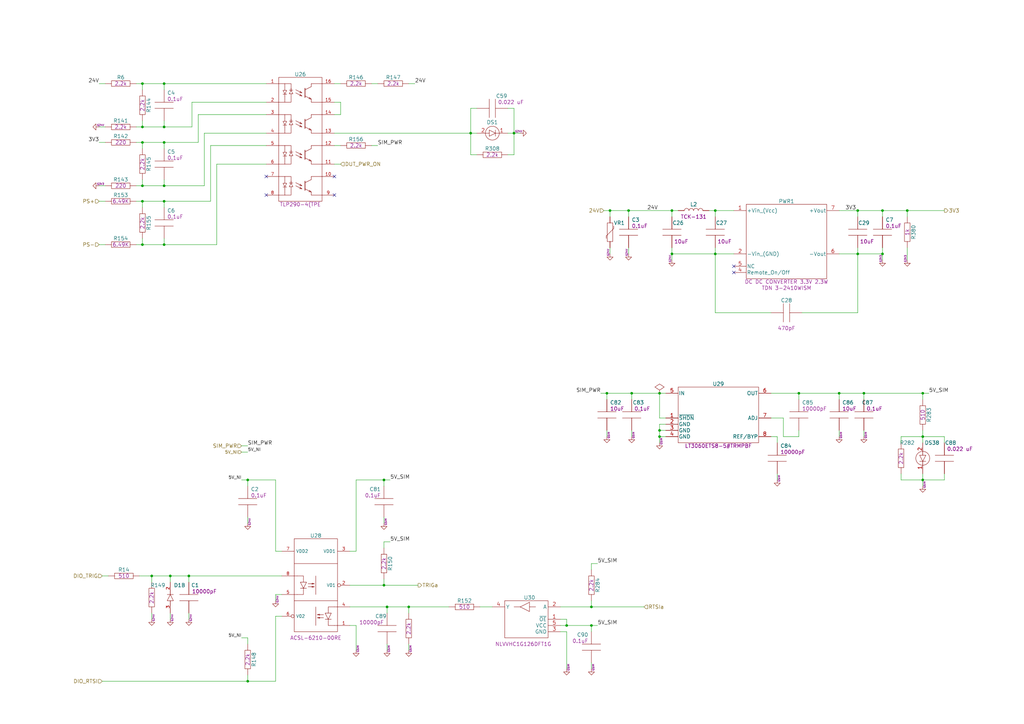
<source format=kicad_sch>
(kicad_sch (version 20250114) (generator "eeschema") (generator_version "9.0")
  (paper "A3")
  (title_block (title "EOL ECU MIX CARD") (date "2023-09-26") (rev "0C") (company "ARXTRON TECHNOLOGIES") (comment 1 "A0180-V0") (comment 2 "PRJ22180") (comment 3 "EOL ECU RCM8 RCM9") (comment 4 "ANTON TOKARSKYI"))
  (lib_symbols
    (symbol "Analog_Devices:LT3060ETS8-5#TRMPBF" (pin_names (offset 0.254))
      (property "Reference" "U" (at 0 12.7 0))
      (property "ManufacturerPartNumber" "LT3060ETS8-5#TRMPBF" (at 0 -12.7 0))
      (symbol "LT3060ETS8-5#TRMPBF_1_1"
        (pin power_in line (at -21.59 8.89 0) (length 5.08) (name "IN") (number "5"))
        (pin input line (at -21.59 -1.27 0) (length 5.08) (name "~{SHDN}") (number "1"))
        (pin power_in line (at -21.59 -3.81 0) (length 5.08) (name "GND") (number "2"))
        (pin power_in line (at -21.59 -6.35 0) (length 5.08) (name "GND") (number "3"))
        (pin power_in line (at -21.59 -8.89 0) (length 5.08) (name "GND") (number "4"))
        (pin power_out line (at 21.59 8.89 180) (length 5.08) (name "OUT") (number "6"))
        (pin bidirectional line (at 21.59 -1.27 180) (length 5.08) (name "ADJ") (number "7"))
        (pin output line (at 21.59 -8.89 180) (length 5.08) (name "REF/BYP") (number "8"))
      )
    )
    (symbol "Broadcome:ACSL-6210-00RE" (pin_names (offset 0.762))
      (property "Reference" "U" (at 0 3.81 0))
      (property "ManufacturerPartNumber" "ACSL-6210-00RE" (at 0 -38.1 0))
      (symbol "ACSL-6210-00RE_1_1"
        (pin passive line (at -13.97 -2.54 0) (length 5.08) (name "VDD2") (number "7"))
        (pin passive line (at -13.97 -12.7 0) (length 5.08) (name "") (number "8"))
        (pin passive line (at -13.97 -20.32 0) (length 5.08) (name "") (number "5"))
        (pin passive inverted (at -13.97 -29.21 0) (length 5.08) (name "V02") (number "6"))
        (pin passive line (at 13.97 -2.54 180) (length 5.08) (name "VDD1") (number "3"))
        (pin passive inverted (at 13.97 -16.51 180) (length 5.08) (name "V01") (number "2"))
        (pin passive line (at 13.97 -25.4 180) (length 5.08) (name "") (number "4"))
        (pin passive line (at 13.97 -33.02 180) (length 5.08) (name "") (number "1"))
      )
    )
    (symbol "Capacitor_AVX:06035C104KAZ2A" (pin_numbers (hide yes)) (pin_names (offset 1.016))
      (property "Reference" "C" (at -5.08 1.27 90))
      (property "Nominal" "0.1uF" (at -2.54 1.27 90))
      (symbol "06035C104KAZ2A_1_1"
        (pin passive line (at -6.35 0 0) (length 5.08) (name "~") (number "1"))
        (pin passive line (at 6.35 0 180) (length 5.08) (name "~") (number "2"))
      )
    )
    (symbol "Capacitor_AVX:1808HC471KAT2A" (pin_numbers (hide yes)) (pin_names (offset 1.016))
      (property "Reference" "C" (at 0 5.08 0))
      (property "Nominal" "470pF" (at -3.81 -6.35 0))
      (symbol "1808HC471KAT2A_1_1"
        (pin passive line (at -6.35 0 0) (length 5.08) (name "~") (number "1"))
        (pin passive line (at 6.35 0 180) (length 5.08) (name "~") (number "2"))
      )
    )
    (symbol "Capacitor_KEMET:C0603C103F3GACTU" (pin_numbers (hide yes)) (pin_names (offset 1.016))
      (property "Reference" "C" (at 0 5.08 0))
      (property "Nominal" "10000pF" (at 0 -6.35 0))
      (symbol "C0603C103F3GACTU_1_1"
        (pin passive line (at -6.35 0 0) (length 5.08) (name "~") (number "1"))
        (pin passive line (at 6.35 0 180) (length 5.08) (name "~") (number "2"))
      )
    )
    (symbol "Capacitor_Murata:GRM2195C1H103FA01D" (pin_numbers (hide yes)) (pin_names (offset 1.016))
      (property "Reference" "C" (at 0 5.08 0))
      (property "Nominal" "10000pF" (at 0 -6.35 0))
      (symbol "GRM2195C1H103FA01D_1_1"
        (pin passive line (at -6.35 0 0) (length 5.08) (name "~") (number "1"))
        (pin passive line (at 6.35 0 180) (length 5.08) (name "~") (number "2"))
      )
    )
    (symbol "Capacitor_Samsung:CL32B106KBJNNWE" (pin_numbers (hide yes)) (pin_names (offset 1.016))
      (property "Reference" "C" (at 0 5.08 0))
      (property "Nominal" "10uF" (at 0 -6.35 0))
      (symbol "CL32B106KBJNNWE_1_1"
        (pin passive line (at -6.35 0 0) (length 5.08) (name "~") (number "1"))
        (pin passive line (at 6.35 0 180) (length 5.08) (name "~") (number "2"))
      )
    )
    (symbol "Capacitor_TDK:CGA4J2NP01H223J125AA" (pin_numbers (hide yes)) (pin_names (offset 1.016))
      (property "Reference" "C" (at 0 5.08 0))
      (property "Nominal" "0.022 uF" (at 0 -6.35 0))
      (symbol "CGA4J2NP01H223J125AA_1_1"
        (pin passive line (at -6.35 0 0) (length 5.08) (name "~") (number "1"))
        (pin passive line (at 6.35 0 180) (length 5.08) (name "~") (number "2"))
      )
    )
    (symbol "Dialight:597-3308-202F" (pin_names (offset 1.016) (hide yes))
      (property "Reference" "DS" (at 0 4.445 0))
      (symbol "597-3308-202F_1_1"
        (pin passive line (at -6.35 0 0) (length 5.08) (name "-") (number "2"))
        (pin passive line (at 6.35 0 180) (length 5.08) (name "+") (number "1"))
      )
    )
    (symbol "Epcos:B72520E0250K062" (pin_numbers (hide yes)) (pin_names (offset 0))
      (property "Reference" "RV" (at 0 3.81 0))
      (symbol "B72520E0250K062_1_1"
        (pin passive line (at -6.35 0 0) (length 2.54) (name "~") (number "1"))
        (pin passive line (at 6.35 0 180) (length 2.54) (name "~") (number "2"))
      )
    )
    (symbol "LiteOnInc:LTST-C171KGKT" (pin_names (offset 1.016) (hide yes))
      (property "Reference" "DS" (at 0 4.445 0))
      (symbol "LTST-C171KGKT_1_1"
        (pin passive line (at -6.35 0 0) (length 5.08) (name "-") (number "2"))
        (pin passive line (at 6.35 0 180) (length 5.08) (name "+") (number "1"))
      )
    )
    (symbol "Nexperia:BAS28" (pin_names (offset 1.016) (hide yes))
      (property "Reference" "D" (at 0 2.54 0))
      (symbol "BAS28_1_1"
        (pin passive line (at -6.35 0 0) (length 5.08) (name "A") (number "4"))
        (pin passive line (at 6.35 0 180) (length 5.08) (name "C") (number "1"))
      )
      (symbol "BAS28_2_1"
        (pin passive line (at -6.35 0 0) (length 5.08) (name "A") (number "3"))
        (pin passive line (at 6.35 0 180) (length 5.08) (name "C") (number "2"))
      )
    )
    (symbol "OnSemiconductor:NLVVHC1G126DFT1G"
      (property "Reference" "U" (at -1.27 12.7 0))
      (property "ManufacturerPartNumber" "NLVVHC1G126DFT1G" (at 1.27 -6.35 0))
      (symbol "NLVVHC1G126DFT1G_1_1"
        (pin input line (at -13.97 8.89 0) (length 5.08) (name "A") (number "2"))
        (pin input line (at -13.97 3.81 0) (length 5.08) (name "~{OE}") (number "1"))
        (pin power_in line (at -13.97 1.27 0) (length 5.08) (name "VCC") (number "5"))
        (pin power_in line (at -13.97 -1.27 0) (length 5.08) (name "GND") (number "3"))
        (pin tri_state line (at 13.97 8.89 180) (length 5.08) (name "Y") (number "4"))
      )
    )
    (symbol "Resistor_Yageo:RC0603FR-07220RL" (pin_numbers (hide yes)) (pin_names (offset 1.016))
      (property "Reference" "R" (at 0 2.54 0))
      (property "Nominal" "220" (at 0 0 0))
      (symbol "RC0603FR-07220RL_1_1"
        (pin passive line (at -6.35 0 0) (length 2.54) (name "~") (number "1"))
        (pin passive line (at 6.35 0 180) (length 2.54) (name "~") (number "2"))
      )
    )
    (symbol "Resistor_Yageo:RC0603FR-07510RL" (pin_numbers (hide yes)) (pin_names (offset 1.016))
      (property "Reference" "R" (at 0 2.54 0))
      (property "Nominal" "510" (at 0 0 0))
      (symbol "RC0603FR-07510RL_1_1"
        (pin passive line (at -6.35 0 0) (length 2.54) (name "~") (number "1"))
        (pin passive line (at 6.35 0 180) (length 2.54) (name "~") (number "2"))
      )
    )
    (symbol "Resistor_Yageo:RC0603FR-076K49L" (pin_numbers (hide yes)) (pin_names (offset 1.016))
      (property "Reference" "R" (at 0 2.54 0))
      (property "Nominal" "6.49K" (at 0 0 0))
      (symbol "RC0603FR-076K49L_1_1"
        (pin passive line (at -6.35 0 0) (length 2.54) (name "~") (number "1"))
        (pin passive line (at 6.35 0 180) (length 2.54) (name "~") (number "2"))
      )
    )
    (symbol "Resistor_Yageo:RC0603JR-072K2L" (pin_numbers (hide yes)) (pin_names (offset 1.016) (hide yes))
      (property "Reference" "R" (at 0 2.54 0))
      (property "Nominal" "2.2k" (at 0 0 0))
      (symbol "RC0603JR-072K2L_1_1"
        (pin passive line (at -6.35 0 0) (length 2.54) (name "~") (number "1"))
        (pin passive line (at 6.35 0 180) (length 2.54) (name "~") (number "2"))
      )
    )
    (symbol "Resistor_Yageo:RC1206FR-071KL" (pin_numbers (hide yes)) (pin_names (offset 1.016))
      (property "Reference" "R" (at 0 2.54 0))
      (property "Nominal" "1k" (at 0 0 0))
      (symbol "RC1206FR-071KL_1_1"
        (pin passive line (at -6.35 0 0) (length 2.54) (name "~") (number "1"))
        (pin passive line (at 6.35 0 180) (length 2.54) (name "~") (number "2"))
      )
    )
    (symbol "Toshiba:TLP290-4(TPE" (pin_names (offset 0.762) (hide yes))
      (property "Reference" "U" (at 0 7.62 0))
      (property "ManufacturerPartNumber" "TLP290-4(TPE" (at 0 -45.72 0))
      (symbol "TLP290-4(TPE_1_1"
        (pin passive line (at -13.97 3.81 0) (length 5.08) (name "~") (number "1"))
        (pin passive line (at -13.97 -3.81 0) (length 5.08) (name "~") (number "2"))
        (pin passive line (at -13.97 -8.89 0) (length 5.08) (name "~") (number "3"))
        (pin passive line (at -13.97 -16.51 0) (length 5.08) (name "~") (number "4"))
        (pin passive line (at -13.97 -21.59 0) (length 5.08) (name "~") (number "5"))
        (pin passive line (at -13.97 -29.21 0) (length 5.08) (name "~") (number "6"))
        (pin passive line (at -13.97 -34.29 0) (length 5.08) (name "~") (number "7"))
        (pin passive line (at -13.97 -41.91 0) (length 5.08) (name "~") (number "8"))
        (pin passive line (at 13.97 3.81 180) (length 5.08) (name "~") (number "16"))
        (pin passive line (at 13.97 -3.81 180) (length 5.08) (name "~") (number "15"))
        (pin passive line (at 13.97 -8.89 180) (length 5.08) (name "~") (number "14"))
        (pin passive line (at 13.97 -16.51 180) (length 5.08) (name "~") (number "13"))
        (pin passive line (at 13.97 -21.59 180) (length 5.08) (name "~") (number "12"))
        (pin passive line (at 13.97 -29.21 180) (length 5.08) (name "~") (number "11"))
        (pin passive line (at 13.97 -34.29 180) (length 5.08) (name "~") (number "10"))
        (pin passive line (at 13.97 -41.91 180) (length 5.08) (name "~") (number "9"))
      )
    )
    (symbol "Traco:TCK-131" (pin_numbers (hide yes)) (pin_names (offset 0.254) (hide yes))
      (property "Reference" "L" (at 0 2.54 0))
      (property "ManufacturerPartNumber" "TCK-131" (at 0 -2.54 0))
      (symbol "TCK-131_1_1"
        (pin passive line (at -6.35 0 0) (length 2.54) (name "~") (number "1"))
        (pin passive line (at 6.35 0 180) (length 2.54) (name "~") (number "2"))
      )
    )
    (symbol "Traco:TDN_3-2410WISM" (pin_names (offset 0.254))
      (property "Reference" "PWR" (at 0 31.75 0))
      (property "Description" "DC DC CONVERTER 3.3V 2.3W" (at 0 -1.27 0))
      (property "ManufacturerPartNumber" "TDN 3-2410WISM" (at 0 -3.81 0))
      (symbol "TDN_3-2410WISM_1_1"
        (pin input line (at -21.59 27.94 0) (length 5.08) (name "+Vin_(Vcc)") (number "1"))
        (pin input line (at -21.59 10.16 0) (length 5.08) (name "-Vin_(GND)") (number "2"))
        (pin input line (at -21.59 5.08 0) (length 5.08) (name "NC") (number "5"))
        (pin input line (at -21.59 2.54 0) (length 5.08) (name "Remote_On/Off") (number "4"))
        (pin input line (at 21.59 27.94 180) (length 5.08) (name "+Vout") (number "7"))
        (pin input line (at 21.59 10.16 180) (length 5.08) (name "-Vout") (number "6"))
      )
    )
    (symbol "_power_symbol:GND_24V" (power) (pin_names (offset 0))
      (property "ShortName" "G24V" (at -0.762 0.635 90))
      (symbol "GND_24V_1_1"
        (pin power_in line (at 0 0 270) (length 0) (hide yes) (name "GND_24V") (number "1"))
      )
    )
    (symbol "_power_symbol:GND_3V3" (power) (pin_names (offset 0))
      (property "ShortName" "G3V3" (at -0.762 0.635 90))
      (symbol "GND_3V3_1_1"
        (pin power_in line (at 0 0 270) (length 0) (hide yes) (name "GNDD") (number "1"))
      )
    )
    (symbol "_power_symbol:GND_SIM" (power) (pin_names (offset 0))
      (property "ShortName" "GSIM\n" (at -0.762 0.635 90))
      (symbol "GND_SIM_1_1"
        (pin power_in line (at 0 0 270) (length 0) (hide yes) (name "GND_SIGNAL") (number "1"))
      )
    )
    (symbol "_power_symbol:PWR_FLAG" (power) (pin_numbers (hide yes)) (pin_names (offset 0) (hide yes))
      (symbol "PWR_FLAG_0_0"
        (pin power_out line (at 0 0 90) (length 0) (name "pwr") (number "1"))
      )
    )
  )
  (junction (at 157.48 196.85))
  (junction (at 69.85 236.22))
  (junction (at 77.47 236.22))
  (junction (at 58.42 58.42))
  (junction (at 67.31 100.33))
  (junction (at 250.19 86.36))
  (junction (at 101.6 279.4))
  (junction (at 67.31 76.2))
  (junction (at 378.46 196.85))
  (junction (at 270.51 179.07))
  (junction (at 259.08 161.29))
  (junction (at 58.42 76.2))
  (junction (at 58.42 82.55))
  (junction (at 67.31 58.42))
  (junction (at 378.46 161.29))
  (junction (at 270.51 176.53))
  (junction (at 62.23 236.22))
  (junction (at 67.31 52.07))
  (junction (at 275.59 86.36))
  (junction (at 351.79 86.36))
  (junction (at 157.48 240.03))
  (junction (at 293.37 86.36))
  (junction (at 58.42 34.29))
  (junction (at 344.17 161.29))
  (junction (at 210.82 54.61))
  (junction (at 248.92 161.29))
  (junction (at 270.51 161.29))
  (junction (at 372.11 86.36))
  (junction (at 242.57 256.54))
  (junction (at 327.66 161.29))
  (junction (at 293.37 104.14))
  (junction (at 275.59 104.14))
  (junction (at 378.46 179.07))
  (junction (at 158.75 248.92))
  (junction (at 101.6 196.85))
  (junction (at 361.95 104.14))
  (junction (at 193.04 54.61))
  (junction (at 232.41 256.54))
  (junction (at 351.79 104.14))
  (junction (at 361.95 86.36))
  (junction (at 58.42 52.07))
  (junction (at 257.81 86.36))
  (junction (at 67.31 34.29))
  (junction (at 67.31 82.55))
  (junction (at 354.33 161.29))
  (junction (at 242.57 248.92))
  (junction (at 58.42 100.33))
  (junction (at 167.64 248.92))
  (no_connect (at 109.22 72.39))
  (no_connect (at 300.99 111.76))
  (no_connect (at 137.16 80.01))
  (no_connect (at 137.16 72.39))
  (no_connect (at 109.22 80.01))
  (no_connect (at 300.99 109.22))
  (wire (pts (xy 157.48 196.85) (xy 157.48 199.39)))
  (wire (pts (xy 67.31 52.07) (xy 78.74 52.07)))
  (wire (pts (xy 328.93 128.27) (xy 351.79 128.27)))
  (wire (pts (xy 293.37 101.6) (xy 293.37 104.14)))
  (wire (pts (xy 273.05 171.45) (xy 270.51 171.45)))
  (wire (pts (xy 351.79 128.27) (xy 351.79 104.14)))
  (wire (pts (xy 208.28 54.61) (xy 210.82 54.61)))
  (wire (pts (xy 113.03 252.73) (xy 115.57 252.73)))
  (wire (pts (xy 40.64 100.33) (xy 43.18 100.33)))
  (wire (pts (xy 81.28 58.42) (xy 81.28 46.99)))
  (wire (pts (xy 275.59 106.68) (xy 275.59 104.14)))
  (wire (pts (xy 293.37 88.9) (xy 293.37 86.36)))
  (wire (pts (xy 273.05 173.99) (xy 270.51 173.99)))
  (wire (pts (xy 372.11 88.9) (xy 372.11 86.36)))
  (wire (pts (xy 344.17 161.29) (xy 354.33 161.29)))
  (wire (pts (xy 157.48 222.25) (xy 160.02 222.25)))
  (wire (pts (xy 55.88 58.42) (xy 58.42 58.42)))
  (wire (pts (xy 69.85 251.46) (xy 69.85 254)))
  (wire (pts (xy 378.46 161.29) (xy 381 161.29)))
  (wire (pts (xy 113.03 226.06) (xy 115.57 226.06)))
  (wire (pts (xy 208.28 44.45) (xy 210.82 44.45)))
  (wire (pts (xy 78.74 41.91) (xy 109.22 41.91)))
  (wire (pts (xy 67.31 100.33) (xy 88.9 100.33)))
  (wire (pts (xy 372.11 86.36) (xy 387.35 86.36)))
  (wire (pts (xy 157.48 240.03) (xy 171.45 240.03)))
  (wire (pts (xy 101.6 276.86) (xy 101.6 279.4)))
  (wire (pts (xy 275.59 88.9) (xy 275.59 86.36)))
  (wire (pts (xy 275.59 104.14) (xy 275.59 101.6)))
  (wire (pts (xy 137.16 46.99) (xy 139.7 46.99)))
  (wire (pts (xy 293.37 104.14) (xy 275.59 104.14)))
  (wire (pts (xy 344.17 86.36) (xy 351.79 86.36)))
  (wire (pts (xy 99.06 261.62) (xy 101.6 261.62)))
  (wire (pts (xy 327.66 179.07) (xy 327.66 176.53)))
  (wire (pts (xy 58.42 60.96) (xy 58.42 58.42)))
  (wire (pts (xy 229.87 259.08) (xy 232.41 259.08)))
  (wire (pts (xy 242.57 246.38) (xy 242.57 248.92)))
  (wire (pts (xy 248.92 161.29) (xy 248.92 163.83)))
  (wire (pts (xy 67.31 58.42) (xy 81.28 58.42)))
  (wire (pts (xy 327.66 161.29) (xy 327.66 163.83)))
  (wire (pts (xy 58.42 36.83) (xy 58.42 34.29)))
  (wire (pts (xy 354.33 161.29) (xy 378.46 161.29)))
  (wire (pts (xy 158.75 248.92) (xy 158.75 251.46)))
  (wire (pts (xy 67.31 85.09) (xy 67.31 82.55)))
  (wire (pts (xy 378.46 196.85) (xy 378.46 194.31)))
  (wire (pts (xy 158.75 248.92) (xy 143.51 248.92)))
  (wire (pts (xy 69.85 236.22) (xy 77.47 236.22)))
  (wire (pts (xy 270.51 176.53) (xy 270.51 179.07)))
  (wire (pts (xy 257.81 86.36) (xy 257.81 88.9)))
  (wire (pts (xy 387.35 196.85) (xy 387.35 194.31)))
  (wire (pts (xy 248.92 176.53) (xy 248.92 179.07)))
  (wire (pts (xy 318.77 194.31) (xy 318.77 196.85)))
  (wire (pts (xy 67.31 60.96) (xy 67.31 58.42)))
  (wire (pts (xy 143.51 256.54) (xy 146.05 256.54)))
  (wire (pts (xy 62.23 251.46) (xy 62.23 254)))
  (wire (pts (xy 246.38 161.29) (xy 248.92 161.29)))
  (wire (pts (xy 77.47 236.22) (xy 77.47 238.76)))
  (wire (pts (xy 167.64 248.92) (xy 184.15 248.92)))
  (wire (pts (xy 361.95 104.14) (xy 361.95 101.6)))
  (wire (pts (xy 242.57 231.14) (xy 242.57 233.68)))
  (wire (pts (xy 361.95 86.36) (xy 372.11 86.36)))
  (wire (pts (xy 293.37 128.27) (xy 316.23 128.27)))
  (wire (pts (xy 101.6 196.85) (xy 113.03 196.85)))
  (wire (pts (xy 242.57 256.54) (xy 242.57 259.08)))
  (wire (pts (xy 232.41 259.08) (xy 232.41 274.32)))
  (wire (pts (xy 378.46 176.53) (xy 378.46 179.07)))
  (wire (pts (xy 67.31 100.33) (xy 67.31 97.79)))
  (wire (pts (xy 316.23 171.45) (xy 321.31 171.45)))
  (wire (pts (xy 193.04 44.45) (xy 195.58 44.45)))
  (wire (pts (xy 101.6 261.62) (xy 101.6 264.16)))
  (wire (pts (xy 278.13 86.36) (xy 275.59 86.36)))
  (wire (pts (xy 40.64 82.55) (xy 43.18 82.55)))
  (wire (pts (xy 152.4 34.29) (xy 154.94 34.29)))
  (wire (pts (xy 378.46 161.29) (xy 378.46 163.83)))
  (wire (pts (xy 321.31 171.45) (xy 321.31 179.07)))
  (wire (pts (xy 58.42 58.42) (xy 67.31 58.42)))
  (wire (pts (xy 257.81 104.14) (xy 257.81 101.6)))
  (wire (pts (xy 259.08 161.29) (xy 270.51 161.29)))
  (wire (pts (xy 157.48 196.85) (xy 160.02 196.85)))
  (wire (pts (xy 58.42 76.2) (xy 67.31 76.2)))
  (wire (pts (xy 257.81 86.36) (xy 275.59 86.36)))
  (wire (pts (xy 354.33 161.29) (xy 354.33 163.83)))
  (wire (pts (xy 270.51 161.29) (xy 273.05 161.29)))
  (wire (pts (xy 146.05 226.06) (xy 143.51 226.06)))
  (wire (pts (xy 193.04 44.45) (xy 193.04 54.61)))
  (wire (pts (xy 259.08 161.29) (xy 259.08 163.83)))
  (wire (pts (xy 55.88 34.29) (xy 58.42 34.29)))
  (wire (pts (xy 318.77 179.07) (xy 318.77 181.61)))
  (wire (pts (xy 67.31 76.2) (xy 67.31 73.66)))
  (wire (pts (xy 99.06 185.42) (xy 101.6 185.42)))
  (wire (pts (xy 67.31 52.07) (xy 67.31 49.53)))
  (wire (pts (xy 378.46 179.07) (xy 369.57 179.07)))
  (wire (pts (xy 378.46 179.07) (xy 378.46 181.61)))
  (wire (pts (xy 67.31 34.29) (xy 109.22 34.29)))
  (wire (pts (xy 250.19 88.9) (xy 250.19 86.36)))
  (wire (pts (xy 101.6 279.4) (xy 113.03 279.4)))
  (wire (pts (xy 146.05 196.85) (xy 146.05 226.06)))
  (wire (pts (xy 157.48 237.49) (xy 157.48 240.03)))
  (wire (pts (xy 157.48 196.85) (xy 146.05 196.85)))
  (wire (pts (xy 361.95 86.36) (xy 361.95 88.9)))
  (wire (pts (xy 40.64 76.2) (xy 43.18 76.2)))
  (wire (pts (xy 67.31 82.55) (xy 86.36 82.55)))
  (wire (pts (xy 378.46 196.85) (xy 378.46 199.39)))
  (wire (pts (xy 259.08 176.53) (xy 259.08 179.07)))
  (wire (pts (xy 157.48 214.63) (xy 157.48 212.09)))
  (wire (pts (xy 300.99 104.14) (xy 293.37 104.14)))
  (wire (pts (xy 193.04 63.5) (xy 195.58 63.5)))
  (wire (pts (xy 158.75 264.16) (xy 158.75 266.7)))
  (wire (pts (xy 58.42 100.33) (xy 58.42 97.79)))
  (wire (pts (xy 232.41 256.54) (xy 242.57 256.54)))
  (wire (pts (xy 58.42 52.07) (xy 58.42 49.53)))
  (wire (pts (xy 270.51 171.45) (xy 270.51 161.29)))
  (wire (pts (xy 290.83 86.36) (xy 293.37 86.36)))
  (wire (pts (xy 58.42 76.2) (xy 58.42 73.66)))
  (wire (pts (xy 351.79 86.36) (xy 361.95 86.36)))
  (wire (pts (xy 41.91 279.4) (xy 101.6 279.4)))
  (wire (pts (xy 137.16 67.31) (xy 139.7 67.31)))
  (wire (pts (xy 137.16 54.61) (xy 193.04 54.61)))
  (wire (pts (xy 378.46 179.07) (xy 387.35 179.07)))
  (wire (pts (xy 77.47 251.46) (xy 77.47 254)))
  (wire (pts (xy 58.42 52.07) (xy 67.31 52.07)))
  (wire (pts (xy 250.19 104.14) (xy 250.19 101.6)))
  (wire (pts (xy 196.85 248.92) (xy 201.93 248.92)))
  (wire (pts (xy 67.31 76.2) (xy 83.82 76.2)))
  (wire (pts (xy 113.03 196.85) (xy 113.03 226.06)))
  (wire (pts (xy 210.82 54.61) (xy 210.82 63.5)))
  (wire (pts (xy 77.47 236.22) (xy 115.57 236.22)))
  (wire (pts (xy 40.64 58.42) (xy 43.18 58.42)))
  (wire (pts (xy 248.92 161.29) (xy 259.08 161.29)))
  (wire (pts (xy 193.04 54.61) (xy 193.04 63.5)))
  (wire (pts (xy 83.82 76.2) (xy 83.82 54.61)))
  (wire (pts (xy 62.23 238.76) (xy 62.23 236.22)))
  (wire (pts (xy 113.03 279.4) (xy 113.03 252.73)))
  (wire (pts (xy 270.51 176.53) (xy 273.05 176.53)))
  (wire (pts (xy 270.51 173.99) (xy 270.51 176.53)))
  (wire (pts (xy 101.6 214.63) (xy 101.6 212.09)))
  (wire (pts (xy 300.99 86.36) (xy 293.37 86.36)))
  (wire (pts (xy 387.35 179.07) (xy 387.35 181.61)))
  (wire (pts (xy 316.23 179.07) (xy 318.77 179.07)))
  (wire (pts (xy 369.57 196.85) (xy 369.57 194.31)))
  (wire (pts (xy 344.17 104.14) (xy 351.79 104.14)))
  (wire (pts (xy 69.85 236.22) (xy 69.85 238.76)))
  (wire (pts (xy 361.95 106.68) (xy 361.95 104.14)))
  (wire (pts (xy 40.64 52.07) (xy 43.18 52.07)))
  (wire (pts (xy 167.64 34.29) (xy 170.18 34.29)))
  (wire (pts (xy 229.87 248.92) (xy 242.57 248.92)))
  (wire (pts (xy 351.79 104.14) (xy 361.95 104.14)))
  (wire (pts (xy 167.64 251.46) (xy 167.64 248.92)))
  (wire (pts (xy 58.42 85.09) (xy 58.42 82.55)))
  (wire (pts (xy 316.23 161.29) (xy 327.66 161.29)))
  (wire (pts (xy 327.66 161.29) (xy 344.17 161.29)))
  (wire (pts (xy 88.9 67.31) (xy 109.22 67.31)))
  (wire (pts (xy 86.36 59.69) (xy 109.22 59.69)))
  (wire (pts (xy 55.88 76.2) (xy 58.42 76.2)))
  (wire (pts (xy 58.42 34.29) (xy 67.31 34.29)))
  (wire (pts (xy 242.57 231.14) (xy 245.11 231.14)))
  (wire (pts (xy 321.31 179.07) (xy 327.66 179.07)))
  (wire (pts (xy 210.82 63.5) (xy 208.28 63.5)))
  (wire (pts (xy 229.87 256.54) (xy 232.41 256.54)))
  (wire (pts (xy 57.15 236.22) (xy 62.23 236.22)))
  (wire (pts (xy 210.82 54.61) (xy 213.36 54.61)))
  (wire (pts (xy 293.37 128.27) (xy 293.37 104.14)))
  (wire (pts (xy 101.6 196.85) (xy 101.6 199.39)))
  (wire (pts (xy 143.51 240.03) (xy 157.48 240.03)))
  (wire (pts (xy 40.64 34.29) (xy 43.18 34.29)))
  (wire (pts (xy 344.17 161.29) (xy 344.17 163.83)))
  (wire (pts (xy 270.51 179.07) (xy 270.51 181.61)))
  (wire (pts (xy 146.05 256.54) (xy 146.05 266.7)))
  (wire (pts (xy 152.4 59.69) (xy 154.94 59.69)))
  (wire (pts (xy 137.16 59.69) (xy 139.7 59.69)))
  (wire (pts (xy 58.42 82.55) (xy 67.31 82.55)))
  (wire (pts (xy 351.79 88.9) (xy 351.79 86.36)))
  (wire (pts (xy 88.9 100.33) (xy 88.9 67.31)))
  (wire (pts (xy 167.64 264.16) (xy 167.64 266.7)))
  (wire (pts (xy 344.17 176.53) (xy 344.17 179.07)))
  (wire (pts (xy 137.16 41.91) (xy 139.7 41.91)))
  (wire (pts (xy 78.74 52.07) (xy 78.74 41.91)))
  (wire (pts (xy 55.88 82.55) (xy 58.42 82.55)))
  (wire (pts (xy 354.33 176.53) (xy 354.33 179.07)))
  (wire (pts (xy 41.91 236.22) (xy 44.45 236.22)))
  (wire (pts (xy 250.19 86.36) (xy 257.81 86.36)))
  (wire (pts (xy 232.41 254) (xy 232.41 256.54)))
  (wire (pts (xy 62.23 236.22) (xy 69.85 236.22)))
  (wire (pts (xy 378.46 196.85) (xy 387.35 196.85)))
  (wire (pts (xy 247.65 86.36) (xy 250.19 86.36)))
  (wire (pts (xy 101.6 182.88) (xy 99.06 182.88)))
  (wire (pts (xy 101.6 196.85) (xy 99.06 196.85)))
  (wire (pts (xy 193.04 54.61) (xy 195.58 54.61)))
  (wire (pts (xy 86.36 82.55) (xy 86.36 59.69)))
  (wire (pts (xy 372.11 106.68) (xy 372.11 101.6)))
  (wire (pts (xy 67.31 36.83) (xy 67.31 34.29)))
  (wire (pts (xy 113.03 243.84) (xy 113.03 246.38)))
  (wire (pts (xy 139.7 41.91) (xy 139.7 46.99)))
  (wire (pts (xy 242.57 274.32) (xy 242.57 271.78)))
  (wire (pts (xy 351.79 101.6) (xy 351.79 104.14)))
  (wire (pts (xy 242.57 248.92) (xy 264.16 248.92)))
  (wire (pts (xy 210.82 44.45) (xy 210.82 54.61)))
  (wire (pts (xy 369.57 179.07) (xy 369.57 181.61)))
  (wire (pts (xy 137.16 34.29) (xy 139.7 34.29)))
  (wire (pts (xy 55.88 100.33) (xy 58.42 100.33)))
  (wire (pts (xy 242.57 256.54) (xy 245.11 256.54)))
  (wire (pts (xy 81.28 46.99) (xy 109.22 46.99)))
  (wire (pts (xy 229.87 254) (xy 232.41 254)))
  (wire (pts (xy 83.82 54.61) (xy 109.22 54.61)))
  (wire (pts (xy 157.48 222.25) (xy 157.48 224.79)))
  (wire (pts (xy 378.46 196.85) (xy 369.57 196.85)))
  (wire (pts (xy 55.88 52.07) (xy 58.42 52.07)))
  (wire (pts (xy 270.51 179.07) (xy 273.05 179.07)))
  (wire (pts (xy 113.03 243.84) (xy 115.57 243.84)))
  (wire (pts (xy 158.75 248.92) (xy 167.64 248.92)))
  (wire (pts (xy 58.42 100.33) (xy 67.31 100.33)))
  (label "5V_NI" (at 99.06 261.62 180))
  (label "5V_SIM" (at 381 161.29 0) (effects (font (size 1.524 1.524))))
  (label "5V_SIM" (at 160.02 196.85 0) (effects (font (size 1.524 1.524))))
  (label "24V" (at 170.18 34.29 0) (effects (font (size 1.524 1.524))))
  (label "5V_SIM" (at 160.02 222.25 0) (effects (font (size 1.524 1.524))))
  (label "5V_NI" (at 101.6 185.42 0))
  (label "SIM_PWR" (at 154.94 59.69 0) (effects (font (size 1.524 1.524))))
  (label "5V_SIM" (at 245.11 231.14 0) (effects (font (size 1.524 1.524))))
  (label "5V_NI" (at 99.06 196.85 180))
  (label "SIM_PWR" (at 246.38 161.29 180) (effects (font (size 1.524 1.524))))
  (label "24V" (at 265.43 86.36 0) (effects (font (size 1.524 1.524))))
  (label "3V3" (at 40.64 58.42 180) (effects (font (size 1.524 1.524))))
  (label "SIM_PWR" (at 101.6 182.88 0) (effects (font (size 1.524 1.524))))
  (label "5V_SIM" (at 245.11 256.54 0) (effects (font (size 1.524 1.524))))
  (label "3V3" (at 346.71 86.36 0) (effects (font (size 1.524 1.524))))
  (label "24V" (at 40.64 34.29 180) (effects (font (size 1.524 1.524))))
  (hierarchical_label "DIO_RTSI" (shape input) (at 41.91 279.4 180) (effects (font (size 1.524 1.524))))
  (hierarchical_label "SIM_PWR" (shape input) (at 99.06 182.88 180) (effects (font (size 1.524 1.524))))
  (hierarchical_label "PS-" (shape input) (at 40.64 100.33 180) (effects (font (size 1.524 1.524))))
  (hierarchical_label "24V" (shape input) (at 247.65 86.36 180) (effects (font (size 1.524 1.524))))
  (hierarchical_label "RTSIa" (shape input) (at 264.16 248.92 0) (effects (font (size 1.524 1.524))))
  (hierarchical_label "3V3" (shape output) (at 387.35 86.36 0) (effects (font (size 1.524 1.524))))
  (hierarchical_label "PS+" (shape input) (at 40.64 82.55 180) (effects (font (size 1.524 1.524))))
  (hierarchical_label "DIO_TRIG" (shape input) (at 41.91 236.22 180) (effects (font (size 1.524 1.524))))
  (hierarchical_label "TRIGa" (shape output) (at 171.45 240.03 0) (effects (font (size 1.524 1.524))))
  (hierarchical_label "5V_NI" (shape input) (at 99.06 185.42 180))
  (hierarchical_label "DUT_PWR_ON" (shape input) (at 139.7 67.31 0) (effects (font (size 1.524 1.524))))
  (symbol (lib_id "Resistor_Yageo:RC1206FR-071KL") (at 372.11 95.25 270) (unit 1)
    (property "Reference" "R380" (at 374.65 95.25 0) (effects (font (size 1.524 1.524))))
    (property "Value" "RC1206FR-071KL" (effects (hide yes)))
    (property "Footprint" "Resistor_Yageo_RC:RESC3116X65N" (effects (hide yes)))
    (property "Description" "RES SMD 1K OHM 1% 1/4W 1206" (effects (hide yes)))
    (property "SupplierDevicePackage" "R1206" (effects (hide yes)))
    (property "ManufacturerPartNumber" "RC1206FR-071KL" (effects (hide yes)))
    (property "Supplier" "Digi-Key" (effects (hide yes)))
    (property "Power" "1/4W" (effects (hide yes)))
    (property "Nominal" "1k" (at 372.11 95.25 0) (effects (font (size 1.524 1.524))))
    (property "Manufacturer" "Yageo" (effects (hide yes)))
    (property "SupplierPartNumber" "311-1.00KFRCT-ND" (effects (hide yes)))
  )
  (symbol (lib_id "_power_symbol:GND_3V3") (at 372.11 106.68 0) (unit 1)
    (property "Reference" "#PWR0243" (effects (hide yes)))
    (property "Value" "GND_3V3" (effects (hide yes)))
    (property "ShortName" "G3V3" (at 371.348 106.045 90) (effects (font (size 0.762 0.762))))
  )
  (symbol (lib_id "_power_symbol:GND_3V3") (at 40.64 76.2 270) (unit 1)
    (property "Reference" "#PWR0244" (effects (hide yes)))
    (property "Value" "GND_3V3" (effects (hide yes)))
    (property "ShortName" "G3V3" (at 41.275 75.438 90) (effects (font (size 0.762 0.762))))
  )
  (symbol (lib_id "Traco:TDN_3-2410WISM") (at 322.58 114.3 0) (unit 1)
    (property "Reference" "PWR1" (at 322.58 82.55 0) (effects (font (size 1.524 1.524))))
    (property "Value" "TDN_3-2410WISM" (effects (hide yes)))
    (property "Footprint" "_Traco:TRACO_TDN_3WISM" (effects (hide yes)))
    (property "Description" "DC DC CONVERTER 3.3V 2.3W" (at 322.58 115.57 0) (effects (font (size 1.524 1.524))))
    (property "Supplier" "Digi-Key" (effects (hide yes)))
    (property "ManufacturerPartNumber" "TDN 3-2410WISM" (at 322.58 118.11 0) (effects (font (size 1.524 1.524))))
    (property "Manufacturer" "Traco Power" (effects (hide yes)))
    (property "SupplierPartNumber" "TDN3-2410WISM-ND" (effects (hide yes)))
  )
  (symbol (lib_id "Traco:TCK-131") (at 284.48 86.36 0) (unit 1)
    (property "Reference" "L2" (at 284.48 83.82 0) (effects (font (size 1.524 1.524))))
    (property "Value" "TCK-131" (effects (hide yes)))
    (property "Footprint" "_Traco:TRACO_TCK-131" (effects (hide yes)))
    (property "Description" "FIXED IND 15UH 850MA 235MOHM SMD" (effects (hide yes)))
    (property "SupplierDevicePackage" "0.177\" L x 0.157\" W (4.50mm x 4.00mm)" (effects (hide yes)))
    (property "Supplier" "Digi-Key" (effects (hide yes)))
    (property "ManufacturerPartNumber" "TCK-131" (at 284.48 88.9 0) (effects (font (size 1.524 1.524))))
    (property "Manufacturer" "Traco Power" (effects (hide yes)))
    (property "SupplierPartNumber" "1951-1047-ND" (effects (hide yes)))
  )
  (symbol (lib_id "Capacitor_Samsung:CL32B106KBJNNWE") (at 275.59 95.25 270) (unit 1)
    (property "Reference" "C26" (at 278.13 91.44 90) (effects (font (size 1.524 1.524))))
    (property "Value" "CL32B106KBJNNWE" (effects (hide yes)))
    (property "Footprint" "Capacitor_Samsung:CAPC3225X280N" (effects (hide yes)))
    (property "Description" "CAP CER 10UF 50V X7R 1210" (effects (hide yes)))
    (property "Tolerance" "20%" (effects (hide yes)))
    (property "Nominal" "10uF" (at 279.4 99.06 90) (effects (font (size 1.524 1.524))))
    (property "SupplierDevicePackage" "C1210" (effects (hide yes)))
    (property "Voltage" "50V" (effects (hide yes)))
    (property "Supplier" "Digi-Key" (effects (hide yes)))
    (property "ManufacturerPartNumber" "CL32B106KBJNNNE" (effects (hide yes)))
    (property "Manufacturer" "Samsung Electro-Mechanics America Inc." (effects (hide yes)))
    (property "Type" "X7R" (effects (hide yes)))
    (property "SupplierPartNumber" "1276-3387-1-ND" (effects (hide yes)))
  )
  (symbol (lib_id "Capacitor_Samsung:CL32B106KBJNNWE") (at 293.37 95.25 270) (unit 1)
    (property "Reference" "C27" (at 295.91 91.44 90) (effects (font (size 1.524 1.524))))
    (property "Value" "CL32B106KBJNNWE" (effects (hide yes)))
    (property "Footprint" "Capacitor_Samsung:CAPC3225X280N" (effects (hide yes)))
    (property "Description" "CAP CER 10UF 50V X7R 1210" (effects (hide yes)))
    (property "Tolerance" "20%" (effects (hide yes)))
    (property "Nominal" "10uF" (at 297.18 99.06 90) (effects (font (size 1.524 1.524))))
    (property "SupplierDevicePackage" "C1210" (effects (hide yes)))
    (property "Voltage" "50V" (effects (hide yes)))
    (property "Supplier" "Digi-Key" (effects (hide yes)))
    (property "ManufacturerPartNumber" "CL32B106KBJNNNE" (effects (hide yes)))
    (property "Manufacturer" "Samsung Electro-Mechanics America Inc." (effects (hide yes)))
    (property "Type" "X7R" (effects (hide yes)))
    (property "SupplierPartNumber" "1276-3387-1-ND" (effects (hide yes)))
  )
  (symbol (lib_id "Capacitor_Samsung:CL32B106KBJNNWE") (at 351.79 95.25 270) (unit 1)
    (property "Reference" "C29" (at 354.33 91.44 90) (effects (font (size 1.524 1.524))))
    (property "Value" "CL32B106KBJNNWE" (effects (hide yes)))
    (property "Footprint" "Capacitor_Samsung:CAPC3225X280N" (effects (hide yes)))
    (property "Description" "CAP CER 10UF 50V X7R 1210" (effects (hide yes)))
    (property "Tolerance" "20%" (effects (hide yes)))
    (property "Nominal" "10uF" (at 355.6 99.06 90) (effects (font (size 1.524 1.524))))
    (property "SupplierDevicePackage" "C1210" (effects (hide yes)))
    (property "Voltage" "50V" (effects (hide yes)))
    (property "Supplier" "Digi-Key" (effects (hide yes)))
    (property "ManufacturerPartNumber" "CL32B106KBJNNNE" (effects (hide yes)))
    (property "Manufacturer" "Samsung Electro-Mechanics America Inc." (effects (hide yes)))
    (property "Type" "X7R" (effects (hide yes)))
    (property "SupplierPartNumber" "1276-3387-1-ND" (effects (hide yes)))
  )
  (symbol (lib_id "Capacitor_AVX:06035C104KAZ2A") (at 361.95 95.25 270) (unit 1)
    (property "Reference" "C7" (at 363.22 90.17 90) (effects (font (size 1.524 1.524)) (justify left)))
    (property "Value" "06035C104KAZ2A" (effects (hide yes)))
    (property "Footprint" "Capacitor_AVX:CAPC1608X90N" (effects (hide yes)))
    (property "Description" "CAP CER 0.1UF 50V X7R 0603" (effects (hide yes)))
    (property "Tolerance" "±10%" (effects (hide yes)))
    (property "Nominal" "0.1uF" (at 363.22 92.71 90) (effects (font (size 1.524 1.524)) (justify left)))
    (property "SupplierDevicePackage" "C0603" (effects (hide yes)))
    (property "Voltage" "50V" (effects (hide yes)))
    (property "Supplier" "Digi-Key" (effects (hide yes)))
    (property "ManufacturerPartNumber" "06035C104KAZ2A" (effects (hide yes)))
    (property "Manufacturer" "AVX Corporation" (effects (hide yes)))
    (property "Type" "X7R" (effects (hide yes)))
    (property "SupplierPartNumber" "478-3540-1-ND" (effects (hide yes)))
  )
  (symbol (lib_id "Capacitor_AVX:1808HC471KAT2A") (at 322.58 128.27 0) (unit 1)
    (property "Reference" "C28" (at 322.58 123.19 0) (effects (font (size 1.524 1.524))))
    (property "Value" "1808HC471KAT2A" (effects (hide yes)))
    (property "Footprint" "Capacitor_AVX:CAPC4520X102N" (effects (hide yes)))
    (property "Description" "CAP CER 470PF 3KV X7R 1808" (effects (hide yes)))
    (property "Tolerance" "10%" (effects (hide yes)))
    (property "Nominal" "470pF" (at 322.58 134.62 0) (effects (font (size 1.524 1.524))))
    (property "SupplierDevicePackage" "C4520" (effects (hide yes)))
    (property "Voltage" "3KV" (effects (hide yes)))
    (property "Supplier" "Digi-Key" (effects (hide yes)))
    (property "ManufacturerPartNumber" "1808HC471KAT2A" (effects (hide yes)))
    (property "Manufacturer" "AVX Corporation" (effects (hide yes)))
    (property "Type" "X7R" (effects (hide yes)))
    (property "SupplierPartNumber" "478-7476-1-ND" (effects (hide yes)))
  )
  (symbol (lib_id "_power_symbol:GND_3V3") (at 361.95 106.68 0) (unit 1)
    (property "Reference" "#PWR062" (effects (hide yes)))
    (property "Value" "GND_3V3" (effects (hide yes)))
    (property "ShortName" "G3V3" (at 361.188 106.045 90) (effects (font (size 0.762 0.762))))
  )
  (symbol (lib_id "_power_symbol:GND_24V") (at 275.59 106.68 0) (unit 1)
    (property "Reference" "#PWR066" (effects (hide yes)))
    (property "Value" "GND_24V" (effects (hide yes)))
    (property "Name" "GND_24V" (effects (hide yes)))
    (property "ShortName" "G24V" (at 274.828 106.045 90) (effects (font (size 0.762 0.762))))
  )
  (symbol (lib_id "Capacitor_AVX:06035C104KAZ2A") (at 67.31 91.44 270) (unit 1)
    (property "Reference" "C6" (at 68.58 86.36 90) (effects (font (size 1.524 1.524)) (justify left)))
    (property "Value" "06035C104KAZ2A" (effects (hide yes)))
    (property "Footprint" "Capacitor_AVX:CAPC1608X90N" (effects (hide yes)))
    (property "Description" "CAP CER 0.1UF 50V X7R 0603" (effects (hide yes)))
    (property "Tolerance" "±10%" (effects (hide yes)))
    (property "Nominal" "0.1uF" (at 68.58 88.9 90) (effects (font (size 1.524 1.524)) (justify left)))
    (property "SupplierDevicePackage" "C0603" (effects (hide yes)))
    (property "Voltage" "50V" (effects (hide yes)))
    (property "Supplier" "Digi-Key" (effects (hide yes)))
    (property "ManufacturerPartNumber" "06035C104KAZ2A" (effects (hide yes)))
    (property "Manufacturer" "AVX Corporation" (effects (hide yes)))
    (property "Type" "X7R" (effects (hide yes)))
    (property "SupplierPartNumber" "478-3540-1-ND" (effects (hide yes)))
  )
  (symbol (lib_id "Resistor_Yageo:RC0603JR-072K2L") (at 49.53 34.29 0) (unit 1)
    (property "Reference" "R6" (at 49.53 31.75 0) (effects (font (size 1.524 1.524))))
    (property "Value" "RC0603JR-072K2L" (effects (hide yes)))
    (property "Footprint" "Resistor_Yageo_RC:RESC1608X65N" (effects (hide yes)))
    (property "Description" "RES SMD 2.2K OHM 5% 1/10W 0603" (effects (hide yes)))
    (property "Nominal" "2.2k" (at 49.53 34.29 0) (effects (font (size 1.524 1.524))))
    (property "Power" "1/10W" (effects (hide yes)))
    (property "Supplier" "Digi-Key" (effects (hide yes)))
    (property "ManufacturerPartNumber" "RC0603JR-072K2L" (effects (hide yes)))
    (property "SupplierDevicePackage" "R0603" (effects (hide yes)))
    (property "SupplierPartNumber" "311-2.2KGRCT-ND" (effects (hide yes)))
    (property "Manufacturer" "Yageo" (effects (hide yes)))
    (property "Tolerance" "5%" (effects (hide yes)))
  )
  (symbol (lib_id "Nexperia:BAS28") (at 69.85 245.11 270) (mirror x) (unit 2)
    (property "Reference" "D1" (at 73.66 240.03 90) (effects (font (size 1.524 1.524))))
    (property "Value" "BAS28" (effects (hide yes)))
    (property "Footprint" "_Nexperia:SOT143-4P190_230X110L30X43" (effects (hide yes)))
    (property "Description" "DIODE ARRAY GP 75V 215MA SOT143B" (effects (hide yes)))
    (property "Supplier" "Digi-Key" (effects (hide yes)))
    (property "Manufacturer" "Nexperia USA Inc." (effects (hide yes)))
    (property "SupplierDevicePackage" "SOT-143B" (effects (hide yes)))
    (property "ManufacturerPartNumber" "BAS28" (effects (hide yes)))
    (property "SupplierPartNumber" "1727-6375-2-ND" (effects (hide yes)))
  )
  (symbol (lib_id "_power_symbol:GND_SIM") (at 146.05 266.7 0) (mirror y) (unit 1)
    (property "Reference" "#PWR0296" (effects (hide yes)))
    (property "Value" "GND_SIM" (effects (hide yes)))
    (property "Name" "GND_SIM" (effects (hide yes)))
    (property "ShortName" "GSIM\n" (at 146.812 266.065 90) (effects (font (size 0.762 0.762))))
    (instances (project "A0176_eol_ecu_backplane" (path "" (reference "#PWR0151") (unit 1)) (path "" (reference "#PWR0641") (unit 1)) (path "" (reference "#PWR0657") (unit 1)) (path "" (reference "#PWR0139") (unit 1)) (path "" (reference "#PWR0609") (unit 1)) (path "" (reference "#PWR0625") (unit 1)) (path "" (reference "#PWR0673") (unit 1)) (path "" (reference "#PWR0513") (unit 1)) (path "" (reference "#PWR0593") (unit 1)) (path "" (reference "#PWR0577") (unit 1)) (path "" (reference "#PWR0561") (unit 1)) (path "" (reference "#PWR0160") (unit 1)) (path "" (reference "#PWR0478") (unit 1)) (path "" (reference "#PWR0545") (unit 1)) (path "" (reference "#PWR0497") (unit 1)) (path "" (reference "#PWR0529") (unit 1)) (path "" (reference "#PWR0181") (unit 1))) (project "A0180_eol_ecu_mix" (path "" (reference "#PWR0296") (unit 1))))
  )
  (symbol (lib_id "Resistor_Yageo:RC0603JR-072K2L") (at 62.23 245.11 270) (unit 1)
    (property "Reference" "R149" (at 64.77 240.03 90) (effects (font (size 1.524 1.524))))
    (property "Value" "RC0603JR-072K2L" (effects (hide yes)))
    (property "Footprint" "Resistor_Yageo_RC:RESC1608X65N" (effects (hide yes)))
    (property "Description" "RES SMD 2.2K OHM 5% 1/10W 0603" (effects (hide yes)))
    (property "Tolerance" "5%" (effects (hide yes)))
    (property "Nominal" "2.2k" (at 62.23 245.11 0) (effects (font (size 1.524 1.524))))
    (property "Power" "1/10W" (effects (hide yes)))
    (property "Supplier" "Digi-Key" (effects (hide yes)))
    (property "ManufacturerPartNumber" "RC0603JR-072K2L" (effects (hide yes)))
    (property "SupplierDevicePackage" "R0603" (effects (hide yes)))
    (property "Manufacturer" "Yageo" (effects (hide yes)))
    (property "SupplierPartNumber" "311-2.2KGRCT-ND" (effects (hide yes)))
  )
  (symbol (lib_id "Resistor_Yageo:RC0603JR-072K2L") (at 49.53 52.07 0) (unit 1)
    (property "Reference" "R141" (at 49.53 49.53 0) (effects (font (size 1.524 1.524))))
    (property "Value" "RC0603JR-072K2L" (effects (hide yes)))
    (property "Footprint" "Resistor_Yageo_RC:RESC1608X65N" (effects (hide yes)))
    (property "Description" "RES SMD 2.2K OHM 5% 1/10W 0603" (effects (hide yes)))
    (property "Nominal" "2.2k" (at 49.53 52.07 0) (effects (font (size 1.524 1.524))))
    (property "Power" "1/10W" (effects (hide yes)))
    (property "Supplier" "Digi-Key" (effects (hide yes)))
    (property "ManufacturerPartNumber" "RC0603JR-072K2L" (effects (hide yes)))
    (property "SupplierDevicePackage" "R0603" (effects (hide yes)))
    (property "SupplierPartNumber" "311-2.2KGRCT-ND" (effects (hide yes)))
    (property "Manufacturer" "Yageo" (effects (hide yes)))
    (property "Tolerance" "5%" (effects (hide yes)))
  )
  (symbol (lib_id "Resistor_Yageo:RC0603FR-07510RL") (at 50.8 236.22 0) (unit 1)
    (property "Reference" "R14" (at 50.8 233.68 0) (effects (font (size 1.524 1.524))))
    (property "Value" "RC0603FR-07510RL" (effects (hide yes)))
    (property "Footprint" "Resistor_Yageo_RC:RESC1608X65N" (effects (hide yes)))
    (property "Description" "RES SMD 510 OHM 1% 1/10W 0603" (effects (hide yes)))
    (property "Power" "1/10W" (effects (hide yes)))
    (property "SupplierPartNumber" "311-510HRCT-ND" (effects (hide yes)))
    (property "Nominal" "510" (at 50.8 236.22 0) (effects (font (size 1.524 1.524))))
    (property "Supplier" "Digi-Key" (effects (hide yes)))
    (property "SupplierDevicePackage" "R0603" (effects (hide yes)))
    (property "ManufacturerPartNumber" "RC0603FR-07510RL" (effects (hide yes)))
    (property "Manufacturer" "Yageo" (effects (hide yes)))
  )
  (symbol (lib_id "_power_symbol:GND_SIM") (at 232.41 274.32 0) (mirror y) (unit 1)
    (property "Reference" "#PWR0298" (effects (hide yes)))
    (property "Value" "GND_SIM" (effects (hide yes)))
    (property "Name" "GND_SIM" (effects (hide yes)))
    (property "ShortName" "GSIM\n" (at 233.172 273.685 90) (effects (font (size 0.762 0.762))))
    (instances (project "A0176_eol_ecu_backplane" (path "" (reference "#PWR0151") (unit 1)) (path "" (reference "#PWR0641") (unit 1)) (path "" (reference "#PWR0657") (unit 1)) (path "" (reference "#PWR0139") (unit 1)) (path "" (reference "#PWR0609") (unit 1)) (path "" (reference "#PWR0625") (unit 1)) (path "" (reference "#PWR0673") (unit 1)) (path "" (reference "#PWR0513") (unit 1)) (path "" (reference "#PWR0593") (unit 1)) (path "" (reference "#PWR0577") (unit 1)) (path "" (reference "#PWR0561") (unit 1)) (path "" (reference "#PWR0160") (unit 1)) (path "" (reference "#PWR0478") (unit 1)) (path "" (reference "#PWR0545") (unit 1)) (path "" (reference "#PWR0497") (unit 1)) (path "" (reference "#PWR0529") (unit 1)) (path "" (reference "#PWR0181") (unit 1))) (project "A0180_eol_ecu_mix" (path "" (reference "#PWR0298") (unit 1))))
  )
  (symbol (lib_id "LiteOnInc:LTST-C171KGKT") (at 378.46 187.96 270) (unit 1)
    (property "Reference" "DS38" (at 382.27 181.61 90) (effects (font (size 1.524 1.524))))
    (property "Value" "LTST-C171KGKT" (effects (hide yes)))
    (property "Footprint" "_LiteOnInc:LEDC2012X120N" (effects (hide yes)))
    (property "Description" "LED GREEN 571 NM CLEAR SMD 2V 0805 (2012)" (effects (hide yes)))
    (property "SupplierPartNumber" "160-1426-1-ND" (effects (hide yes)))
    (property "Supplier" "Digi-Key" (effects (hide yes)))
    (property "ManufacturerPartNumber" "LTST-C171KGKT" (effects (hide yes)))
    (property "Voltage" "2V" (effects (hide yes)))
    (property "Size" "D0805" (effects (hide yes)))
    (property "Manufacturer" "Lite-On Inc" (effects (hide yes)))
  )
  (symbol (lib_id "OnSemiconductor:NLVVHC1G126DFT1G") (at 215.9 257.81 0) (mirror y) (unit 1)
    (property "Reference" "U30" (at 217.17 245.11 0) (effects (font (size 1.524 1.524))))
    (property "Value" "NLVVHC1G126DFT1G" (effects (hide yes)))
    (property "Footprint" "_OnSemiconductor:SOT65P210X110-5" (effects (hide yes)))
    (property "Description" "IC BUFFER INVERT 5.5V SOT23-5" (effects (hide yes)))
    (property "SupplierDevicePackage" "	\n5-TSSOP" (effects (hide yes)))
    (property "SupplierPartNumber" "NLVVHC1G126DFT1GOSTR-ND" (effects (hide yes)))
    (property "Supplier" "Digi-Key" (effects (hide yes)))
    (property "ManufacturerPartNumber" "NLVVHC1G126DFT1G" (at 214.63 264.16 0) (effects (font (size 1.524 1.524))))
    (property "Manufacturer" "onsemi" (effects (hide yes)))
  )
  (symbol (lib_id "Capacitor_KEMET:C0603C103F3GACTU") (at 77.47 245.11 90) (unit 1)
    (property "Reference" "C1" (at 80.01 240.03 90) (effects (font (size 1.524 1.524))))
    (property "Value" "C0603C103F3GACTU" (effects (hide yes)))
    (property "Footprint" "Capacitor_KEMET_C0G:CAPC1608X92" (effects (hide yes)))
    (property "Description" "CAP CER 10000PF 25V C0G/NP0 0603" (effects (hide yes)))
    (property "Tolerance" "±1%" (effects (hide yes)))
    (property "Nominal" "10000pF" (at 83.82 242.57 90) (effects (font (size 1.524 1.524))))
    (property "SupplierDevicePackage" "C0603" (effects (hide yes)))
    (property "Voltage" "25V" (effects (hide yes)))
    (property "SupplierPartNumber" "399-8985-2-ND" (effects (hide yes)))
    (property "Supplier" "Digi-Key" (effects (hide yes)))
    (property "ManufacturerPartNumber" "C0603C103F3GACTU" (effects (hide yes)))
    (property "Manufacturer" "KEMET" (effects (hide yes)))
    (property "Type" "C0G" (effects (hide yes)))
  )
  (symbol (lib_id "Resistor_Yageo:RC0603JR-072K2L") (at 58.42 91.44 270) (unit 1)
    (property "Reference" "R155" (at 60.96 91.44 0) (effects (font (size 1.524 1.524))))
    (property "Value" "RC0603JR-072K2L" (effects (hide yes)))
    (property "Footprint" "Resistor_Yageo_RC:RESC1608X65N" (effects (hide yes)))
    (property "Description" "RES SMD 2.2K OHM 5% 1/10W 0603" (effects (hide yes)))
    (property "Tolerance" "5%" (effects (hide yes)))
    (property "Nominal" "2.2k" (at 58.42 91.44 0) (effects (font (size 1.524 1.524))))
    (property "Power" "1/10W" (effects (hide yes)))
    (property "Supplier" "Digi-Key" (effects (hide yes)))
    (property "ManufacturerPartNumber" "RC0603JR-072K2L" (effects (hide yes)))
    (property "SupplierDevicePackage" "R0603" (effects (hide yes)))
    (property "Manufacturer" "Yageo" (effects (hide yes)))
    (property "SupplierPartNumber" "311-2.2KGRCT-ND" (effects (hide yes)))
  )
  (symbol (lib_id "_power_symbol:GND_24V") (at 250.19 104.14 0) (unit 1)
    (property "Reference" "#PWR09" (effects (hide yes)))
    (property "Value" "GND_24V" (effects (hide yes)))
    (property "Name" "GND_24V" (effects (hide yes)))
    (property "ShortName" "G24V" (at 249.428 103.505 90) (effects (font (size 0.762 0.762))))
  )
  (symbol (lib_id "_power_symbol:GND_SIM") (at 158.75 266.7 0) (mirror y) (unit 1)
    (property "Reference" "#PWR0295" (effects (hide yes)))
    (property "Value" "GND_SIM" (effects (hide yes)))
    (property "Name" "GND_SIM" (effects (hide yes)))
    (property "ShortName" "GSIM\n" (at 159.512 266.065 90) (effects (font (size 0.762 0.762))))
    (instances (project "A0176_eol_ecu_backplane" (path "" (reference "#PWR0151") (unit 1)) (path "" (reference "#PWR0641") (unit 1)) (path "" (reference "#PWR0657") (unit 1)) (path "" (reference "#PWR0139") (unit 1)) (path "" (reference "#PWR0609") (unit 1)) (path "" (reference "#PWR0625") (unit 1)) (path "" (reference "#PWR0673") (unit 1)) (path "" (reference "#PWR0513") (unit 1)) (path "" (reference "#PWR0593") (unit 1)) (path "" (reference "#PWR0577") (unit 1)) (path "" (reference "#PWR0561") (unit 1)) (path "" (reference "#PWR0160") (unit 1)) (path "" (reference "#PWR0478") (unit 1)) (path "" (reference "#PWR0545") (unit 1)) (path "" (reference "#PWR0497") (unit 1)) (path "" (reference "#PWR0529") (unit 1)) (path "" (reference "#PWR0181") (unit 1))) (project "A0180_eol_ecu_mix" (path "" (reference "#PWR0295") (unit 1))))
  )
  (symbol (lib_id "_power_symbol:GND_SIM") (at 378.46 199.39 0) (mirror y) (unit 1)
    (property "Reference" "#PWR0289" (effects (hide yes)))
    (property "Value" "GND_SIM" (effects (hide yes)))
    (property "Name" "GND_SIM" (effects (hide yes)))
    (property "ShortName" "GSIM\n" (at 379.222 198.755 90) (effects (font (size 0.762 0.762))))
    (instances (project "A0176_eol_ecu_backplane" (path "" (reference "#PWR0151") (unit 1)) (path "" (reference "#PWR0641") (unit 1)) (path "" (reference "#PWR0657") (unit 1)) (path "" (reference "#PWR0139") (unit 1)) (path "" (reference "#PWR0609") (unit 1)) (path "" (reference "#PWR0625") (unit 1)) (path "" (reference "#PWR0673") (unit 1)) (path "" (reference "#PWR0513") (unit 1)) (path "" (reference "#PWR0593") (unit 1)) (path "" (reference "#PWR0577") (unit 1)) (path "" (reference "#PWR0561") (unit 1)) (path "" (reference "#PWR0160") (unit 1)) (path "" (reference "#PWR0478") (unit 1)) (path "" (reference "#PWR0545") (unit 1)) (path "" (reference "#PWR0497") (unit 1)) (path "" (reference "#PWR0529") (unit 1)) (path "" (reference "#PWR0181") (unit 1))) (project "A0180_eol_ecu_mix" (path "" (reference "#PWR0289") (unit 1))))
  )
  (symbol (lib_id "Resistor_Yageo:RC0603JR-072K2L") (at 242.57 240.03 270) (mirror x) (unit 1)
    (property "Reference" "R284" (at 245.11 240.03 0) (effects (font (size 1.524 1.524))))
    (property "Value" "RC0603JR-072K2L" (effects (hide yes)))
    (property "Footprint" "Resistor_Yageo_RC:RESC1608X65N" (effects (hide yes)))
    (property "Description" "RES SMD 2.2K OHM 5% 1/10W 0603" (effects (hide yes)))
    (property "Power" "1/10W" (effects (hide yes)))
    (property "SupplierPartNumber" "311-2.2KGRCT-ND" (effects (hide yes)))
    (property "Nominal" "2.2k" (at 242.57 240.03 0) (effects (font (size 1.524 1.524))))
    (property "Tolerance" "5%" (effects (hide yes)))
    (property "Supplier" "Digi-Key" (effects (hide yes)))
    (property "SupplierDevicePackage" "R0603" (effects (hide yes)))
    (property "ManufacturerPartNumber" "RC0603JR-072K2L" (effects (hide yes)))
    (property "Manufacturer" "Yageo" (effects (hide yes)))
  )
  (symbol (lib_id "Resistor_Yageo:RC0603JR-072K2L") (at 167.64 257.81 90) (mirror x) (unit 1)
    (property "Reference" "R151" (effects (hide yes)))
    (property "Value" "RC0603JR-072K2L" (effects (hide yes)))
    (property "Footprint" "Resistor_Yageo_RC:RESC1608X65N" (effects (hide yes)))
    (property "Description" "RES SMD 2.2K OHM 5% 1/10W 0603" (effects (hide yes)))
    (property "Tolerance" "5%" (effects (hide yes)))
    (property "Nominal" "2.2k" (at 167.64 257.81 0) (effects (font (size 1.524 1.524))))
    (property "Power" "1/10W" (effects (hide yes)))
    (property "Supplier" "Digi-Key" (effects (hide yes)))
    (property "ManufacturerPartNumber" "RC0603JR-072K2L" (effects (hide yes)))
    (property "SupplierDevicePackage" "R0603" (effects (hide yes)))
    (property "Manufacturer" "Yageo" (effects (hide yes)))
    (property "SupplierPartNumber" "311-2.2KGRCT-ND" (effects (hide yes)))
  )
  (symbol (lib_id "Capacitor_AVX:06035C104KAZ2A") (at 67.31 43.18 270) (unit 1)
    (property "Reference" "C4" (at 68.58 38.1 90) (effects (font (size 1.524 1.524)) (justify left)))
    (property "Value" "06035C104KAZ2A" (effects (hide yes)))
    (property "Footprint" "Capacitor_AVX:CAPC1608X90N" (effects (hide yes)))
    (property "Description" "CAP CER 0.1UF 50V X7R 0603" (effects (hide yes)))
    (property "Tolerance" "±10%" (effects (hide yes)))
    (property "Nominal" "0.1uF" (at 68.58 40.64 90) (effects (font (size 1.524 1.524)) (justify left)))
    (property "SupplierDevicePackage" "C0603" (effects (hide yes)))
    (property "Voltage" "50V" (effects (hide yes)))
    (property "Supplier" "Digi-Key" (effects (hide yes)))
    (property "ManufacturerPartNumber" "06035C104KAZ2A" (effects (hide yes)))
    (property "Manufacturer" "AVX Corporation" (effects (hide yes)))
    (property "Type" "X7R" (effects (hide yes)))
    (property "SupplierPartNumber" "478-3540-1-ND" (effects (hide yes)))
  )
  (symbol (lib_id "Resistor_Yageo:RC0603JR-072K2L") (at 101.6 270.51 270) (mirror x) (unit 1)
    (property "Reference" "R148" (at 104.14 270.51 0) (effects (font (size 1.524 1.524))))
    (property "Value" "RC0603JR-072K2L" (effects (hide yes)))
    (property "Footprint" "Resistor_Yageo_RC:RESC1608X65N" (effects (hide yes)))
    (property "Description" "RES SMD 2.2K OHM 5% 1/10W 0603" (effects (hide yes)))
    (property "Power" "1/10W" (effects (hide yes)))
    (property "SupplierPartNumber" "311-2.2KGRCT-ND" (effects (hide yes)))
    (property "Nominal" "2.2k" (at 101.6 270.51 0) (effects (font (size 1.524 1.524))))
    (property "Tolerance" "5%" (effects (hide yes)))
    (property "Supplier" "Digi-Key" (effects (hide yes)))
    (property "SupplierDevicePackage" "R0603" (effects (hide yes)))
    (property "ManufacturerPartNumber" "RC0603JR-072K2L" (effects (hide yes)))
    (property "Manufacturer" "Yageo" (effects (hide yes)))
  )
  (symbol (lib_id "Capacitor_KEMET:C0603C103F3GACTU") (at 158.75 257.81 270) (mirror x) (unit 1)
    (property "Reference" "C89" (at 156.21 252.73 90) (effects (font (size 1.524 1.524))))
    (property "Value" "C0603C103F3GACTU" (effects (hide yes)))
    (property "Footprint" "Capacitor_KEMET_C0G:CAPC1608X92" (effects (hide yes)))
    (property "Description" "CAP CER 10000PF 25V C0G/NP0 0603" (effects (hide yes)))
    (property "Tolerance" "±1%" (effects (hide yes)))
    (property "Nominal" "10000pF" (at 152.4 255.27 90) (effects (font (size 1.524 1.524))))
    (property "SupplierDevicePackage" "C0603" (effects (hide yes)))
    (property "Voltage" "25V" (effects (hide yes)))
    (property "SupplierPartNumber" "399-8985-2-ND" (effects (hide yes)))
    (property "Supplier" "Digi-Key" (effects (hide yes)))
    (property "ManufacturerPartNumber" "C0603C103F3GACTU" (effects (hide yes)))
    (property "Manufacturer" "KEMET" (effects (hide yes)))
    (property "Type" "C0G" (effects (hide yes)))
  )
  (symbol (lib_id "Capacitor_AVX:06035C104KAZ2A") (at 242.57 265.43 90) (mirror x) (unit 1)
    (property "Reference" "C90" (at 241.3 260.35 90) (effects (font (size 1.524 1.524)) (justify left)))
    (property "Value" "06035C104KAZ2A" (effects (hide yes)))
    (property "Footprint" "Capacitor_AVX:CAPC1608X90N" (effects (hide yes)))
    (property "Description" "CAP CER 0.1UF 50V X7R 0603" (effects (hide yes)))
    (property "Tolerance" "±10%" (effects (hide yes)))
    (property "Nominal" "0.1uF" (at 241.3 262.89 90) (effects (font (size 1.524 1.524)) (justify left)))
    (property "SupplierDevicePackage" "C0603" (effects (hide yes)))
    (property "Voltage" "50V" (effects (hide yes)))
    (property "SupplierPartNumber" "478-3540-1-ND" (effects (hide yes)))
    (property "Supplier" "Digi-Key" (effects (hide yes)))
    (property "ManufacturerPartNumber" "06035C104KAZ2A" (effects (hide yes)))
    (property "Manufacturer" "AVX Corporation" (effects (hide yes)))
    (property "Type" "X7R" (effects (hide yes)))
  )
  (symbol (lib_id "_power_symbol:GND_SIM") (at 270.51 181.61 0) (mirror y) (unit 1)
    (property "Reference" "#PWR0119" (effects (hide yes)))
    (property "Value" "GND_SIM" (effects (hide yes)))
    (property "Name" "GND_SIM" (effects (hide yes)))
    (property "ShortName" "GSIM\n" (at 271.272 180.975 90) (effects (font (size 0.762 0.762))))
    (instances (project "A0176_eol_ecu_backplane" (path "" (reference "#PWR0151") (unit 1)) (path "" (reference "#PWR0641") (unit 1)) (path "" (reference "#PWR0657") (unit 1)) (path "" (reference "#PWR0139") (unit 1)) (path "" (reference "#PWR0609") (unit 1)) (path "" (reference "#PWR0625") (unit 1)) (path "" (reference "#PWR0673") (unit 1)) (path "" (reference "#PWR0513") (unit 1)) (path "" (reference "#PWR0593") (unit 1)) (path "" (reference "#PWR0577") (unit 1)) (path "" (reference "#PWR0561") (unit 1)) (path "" (reference "#PWR0160") (unit 1)) (path "" (reference "#PWR0478") (unit 1)) (path "" (reference "#PWR0545") (unit 1)) (path "" (reference "#PWR0497") (unit 1)) (path "" (reference "#PWR0529") (unit 1)) (path "" (reference "#PWR0181") (unit 1))) (project "A0180_eol_ecu_mix" (path "" (reference "#PWR0119") (unit 1))))
  )
  (symbol (lib_id "_power_symbol:GND_SIM") (at 157.48 214.63 0) (mirror y) (unit 1)
    (property "Reference" "#PWR0302" (effects (hide yes)))
    (property "Value" "GND_SIM" (effects (hide yes)))
    (property "Name" "GND_SIM" (effects (hide yes)))
    (property "ShortName" "GSIM\n" (at 158.242 213.995 90) (effects (font (size 0.762 0.762))))
    (instances (project "A0176_eol_ecu_backplane" (path "" (reference "#PWR0151") (unit 1)) (path "" (reference "#PWR0641") (unit 1)) (path "" (reference "#PWR0657") (unit 1)) (path "" (reference "#PWR0139") (unit 1)) (path "" (reference "#PWR0609") (unit 1)) (path "" (reference "#PWR0625") (unit 1)) (path "" (reference "#PWR0673") (unit 1)) (path "" (reference "#PWR0513") (unit 1)) (path "" (reference "#PWR0593") (unit 1)) (path "" (reference "#PWR0577") (unit 1)) (path "" (reference "#PWR0561") (unit 1)) (path "" (reference "#PWR0160") (unit 1)) (path "" (reference "#PWR0478") (unit 1)) (path "" (reference "#PWR0545") (unit 1)) (path "" (reference "#PWR0497") (unit 1)) (path "" (reference "#PWR0529") (unit 1)) (path "" (reference "#PWR0181") (unit 1))) (project "A0180_eol_ecu_mix" (path "" (reference "#PWR0302") (unit 1))))
  )
  (symbol (lib_id "_power_symbol:GND_24V") (at 113.03 246.38 0) (mirror y) (unit 1)
    (property "Reference" "#PWR0301" (effects (hide yes)))
    (property "Value" "GND_24V" (effects (hide yes)))
    (property "Name" "GND_24V" (effects (hide yes)))
    (property "ShortName" "G24V" (at 113.792 245.745 90) (effects (font (size 0.762 0.762))))
  )
  (symbol (lib_id "Capacitor_Murata:GRM2195C1H103FA01D") (at 327.66 170.18 90) (unit 1)
    (property "Reference" "C85" (at 328.93 165.1 90) (effects (font (size 1.524 1.524)) (justify right)))
    (property "Value" "GRM2195C1H103FA01D" (effects (hide yes)))
    (property "Footprint" "Capacitor_Murata:CAPC2012X135N" (effects (hide yes)))
    (property "Description" "CAP CER 10000PF 50V C0G/NP0 0805" (effects (hide yes)))
    (property "Tolerance" "1%" (effects (hide yes)))
    (property "Nominal" "10000pF" (at 328.93 167.64 90) (effects (font (size 1.524 1.524)) (justify right)))
    (property "SupplierDevicePackage" "C0805" (effects (hide yes)))
    (property "Voltage" "50V" (effects (hide yes)))
    (property "SupplierPartNumber" "490-8295-2-ND" (effects (hide yes)))
    (property "Supplier" "Digi-Key" (effects (hide yes)))
    (property "ManufacturerPartNumber" "GRM2195C1H103FA01D" (effects (hide yes)))
    (property "Manufacturer" "Murata Electronics" (effects (hide yes)))
    (property "Type" "C0G" (effects (hide yes)))
  )
  (symbol (lib_id "Capacitor_AVX:06035C104KAZ2A") (at 67.31 67.31 270) (unit 1)
    (property "Reference" "C5" (at 68.58 62.23 90) (effects (font (size 1.524 1.524)) (justify left)))
    (property "Value" "06035C104KAZ2A" (effects (hide yes)))
    (property "Footprint" "Capacitor_AVX:CAPC1608X90N" (effects (hide yes)))
    (property "Description" "CAP CER 0.1UF 50V X7R 0603" (effects (hide yes)))
    (property "Tolerance" "±10%" (effects (hide yes)))
    (property "Nominal" "0.1uF" (at 68.58 64.77 90) (effects (font (size 1.524 1.524)) (justify left)))
    (property "SupplierDevicePackage" "C0603" (effects (hide yes)))
    (property "Voltage" "50V" (effects (hide yes)))
    (property "Supplier" "Digi-Key" (effects (hide yes)))
    (property "ManufacturerPartNumber" "06035C104KAZ2A" (effects (hide yes)))
    (property "Manufacturer" "AVX Corporation" (effects (hide yes)))
    (property "Type" "X7R" (effects (hide yes)))
    (property "SupplierPartNumber" "478-3540-1-ND" (effects (hide yes)))
  )
  (symbol (lib_id "Dialight:597-3308-202F") (at 201.93 54.61 0) (unit 1)
    (property "Reference" "DS1" (at 201.93 50.165 0) (effects (font (size 1.524 1.524))))
    (property "Value" "597-3308-202F" (effects (hide yes)))
    (property "Footprint" "_Dialight:LEDM3527X190" (effects (hide yes)))
    (property "Description" "LED GREEN CLEAR 2PLCC SMD 2MA" (effects (hide yes)))
    (property "Supplier" "Digi-Key" (effects (hide yes)))
    (property "ManufacturerPartNumber" "597-3308-202F" (effects (hide yes)))
    (property "Size" "2-PLCC" (effects (hide yes)))
    (property "Manufacturer" "Dialight" (effects (hide yes)))
  )
  (symbol (lib_id "_power_symbol:GND_24V") (at 69.85 254 0) (mirror y) (unit 1)
    (property "Reference" "#PWR0299" (effects (hide yes)))
    (property "Value" "GND_24V" (effects (hide yes)))
    (property "Name" "GND_24V" (effects (hide yes)))
    (property "ShortName" "G24V" (at 70.612 253.365 90) (effects (font (size 0.762 0.762))))
  )
  (symbol (lib_id "Capacitor_AVX:06035C104KAZ2A") (at 257.81 95.25 270) (unit 1)
    (property "Reference" "C3" (at 259.08 90.17 90) (effects (font (size 1.524 1.524)) (justify left)))
    (property "Value" "06035C104KAZ2A" (effects (hide yes)))
    (property "Footprint" "Capacitor_AVX:CAPC1608X90N" (effects (hide yes)))
    (property "Description" "CAP CER 0.1UF 50V X7R 0603" (effects (hide yes)))
    (property "Tolerance" "±10%" (effects (hide yes)))
    (property "Nominal" "0.1uF" (at 259.08 92.71 90) (effects (font (size 1.524 1.524)) (justify left)))
    (property "SupplierDevicePackage" "C0603" (effects (hide yes)))
    (property "Voltage" "50V" (effects (hide yes)))
    (property "Supplier" "Digi-Key" (effects (hide yes)))
    (property "ManufacturerPartNumber" "06035C104KAZ2A" (effects (hide yes)))
    (property "Manufacturer" "AVX Corporation" (effects (hide yes)))
    (property "Type" "X7R" (effects (hide yes)))
    (property "SupplierPartNumber" "478-3540-1-ND" (effects (hide yes)))
  )
  (symbol (lib_id "Broadcome:ACSL-6210-00RE") (at 129.54 223.52 0) (unit 1)
    (property "Reference" "U28" (at 129.54 219.71 0) (effects (font (size 1.524 1.524))))
    (property "Value" "ACSL-6210-00RE" (effects (hide yes)))
    (property "Footprint" "_Broadcom:SOIC8P127_508X599X330L65X40" (effects (hide yes)))
    (property "Description" "OPTOISO 2.5KV 2CH OPEN COLL 8SO" (effects (hide yes)))
    (property "Supplier" "Digi-Key" (effects (hide yes)))
    (property "ManufacturerPartNumber" "ACSL-6210-00RE" (at 129.54 261.62 0) (effects (font (size 1.524 1.524))))
    (property "Manufacturer" "Broadcom Limited" (effects (hide yes)))
    (property "SupplierPartNumber" "516-1602-5-ND" (effects (hide yes)))
    (property "SupplierDevicePackage" "8-SOIC" (effects (hide yes)))
  )
  (symbol (lib_id "Capacitor_TDK:CGA4J2NP01H223J125AA") (at 201.93 44.45 0) (unit 1)
    (property "Reference" "C59" (at 205.74 39.37 0) (effects (font (size 1.524 1.524))))
    (property "Value" "CGA4J2NP01H223J125AA" (effects (hide yes)))
    (property "Footprint" "Capacitor_TDK:CAPC2012X145N" (effects (hide yes)))
    (property "Description" "CAP CER 0.022UF 50V NP0 0805" (effects (hide yes)))
    (property "Nominal" "0.022 uF" (at 209.55 41.91 0) (effects (font (size 1.524 1.524))))
    (property "SupplierPartNumber" "445-12628-2-ND" (effects (hide yes)))
    (property "Supplier" "Digi-Key" (effects (hide yes)))
    (property "ManufacturerPartNumber" "CGA4J2NP01H223J125AA" (effects (hide yes)))
    (property "Manufacturer" "TDK Corporation" (effects (hide yes)))
  )
  (symbol (lib_id "Resistor_Yageo:RC0603FR-07510RL") (at 190.5 248.92 0) (mirror y) (unit 1)
    (property "Reference" "R152" (at 190.5 246.38 0) (effects (font (size 1.524 1.524))))
    (property "Value" "RC0603FR-07510RL" (effects (hide yes)))
    (property "Footprint" "Resistor_Yageo_RC:RESC1608X65N" (effects (hide yes)))
    (property "Description" "RES SMD 510 OHM 1% 1/10W 0603" (effects (hide yes)))
    (property "Power" "1/10W" (effects (hide yes)))
    (property "SupplierPartNumber" "311-510HRCT-ND" (effects (hide yes)))
    (property "Nominal" "510" (at 190.5 248.92 0) (effects (font (size 1.524 1.524))))
    (property "Supplier" "Digi-Key" (effects (hide yes)))
    (property "SupplierDevicePackage" "R0603" (effects (hide yes)))
    (property "ManufacturerPartNumber" "RC0603FR-07510RL" (effects (hide yes)))
    (property "Manufacturer" "Yageo" (effects (hide yes)))
  )
  (symbol (lib_id "Capacitor_AVX:06035C104KAZ2A") (at 259.08 170.18 90) (unit 1)
    (property "Reference" "C83" (at 264.16 165.1 90) (effects (font (size 1.524 1.524)) (justify left)))
    (property "Value" "06035C104KAZ2A" (effects (hide yes)))
    (property "Footprint" "Capacitor_AVX:CAPC1608X90N" (effects (hide yes)))
    (property "Description" "CAP CER 0.1UF 50V X7R 0603" (effects (hide yes)))
    (property "Tolerance" "±10%" (effects (hide yes)))
    (property "Nominal" "0.1uF" (at 266.7 167.64 90) (effects (font (size 1.524 1.524)) (justify left)))
    (property "SupplierDevicePackage" "C0603" (effects (hide yes)))
    (property "Voltage" "50V" (effects (hide yes)))
    (property "SupplierPartNumber" "478-3540-1-ND" (effects (hide yes)))
    (property "Supplier" "Digi-Key" (effects (hide yes)))
    (property "ManufacturerPartNumber" "06035C104KAZ2A" (effects (hide yes)))
    (property "Manufacturer" "AVX Corporation" (effects (hide yes)))
    (property "Type" "X7R" (effects (hide yes)))
  )
  (symbol (lib_id "Resistor_Yageo:RC0603JR-072K2L") (at 146.05 59.69 0) (unit 1)
    (property "Reference" "R156" (at 146.05 57.15 0) (effects (font (size 1.524 1.524))))
    (property "Value" "RC0603JR-072K2L" (effects (hide yes)))
    (property "Footprint" "Resistor_Yageo_RC:RESC1608X65N" (effects (hide yes)))
    (property "Description" "RES SMD 2.2K OHM 5% 1/10W 0603" (effects (hide yes)))
    (property "Nominal" "2.2k" (at 146.05 59.69 0) (effects (font (size 1.524 1.524))))
    (property "Power" "1/10W" (effects (hide yes)))
    (property "Supplier" "Digi-Key" (effects (hide yes)))
    (property "ManufacturerPartNumber" "RC0603JR-072K2L" (effects (hide yes)))
    (property "SupplierDevicePackage" "R0603" (effects (hide yes)))
    (property "SupplierPartNumber" "311-2.2KGRCT-ND" (effects (hide yes)))
    (property "Manufacturer" "Yageo" (effects (hide yes)))
    (property "Tolerance" "5%" (effects (hide yes)))
  )
  (symbol (lib_id "Resistor_Yageo:RC0603JR-072K2L") (at 58.42 67.31 270) (unit 1)
    (property "Reference" "R145" (at 60.96 67.31 0) (effects (font (size 1.524 1.524))))
    (property "Value" "RC0603JR-072K2L" (effects (hide yes)))
    (property "Footprint" "Resistor_Yageo_RC:RESC1608X65N" (effects (hide yes)))
    (property "Description" "RES SMD 2.2K OHM 5% 1/10W 0603" (effects (hide yes)))
    (property "Tolerance" "5%" (effects (hide yes)))
    (property "Nominal" "2.2k" (at 58.42 67.31 0) (effects (font (size 1.524 1.524))))
    (property "Power" "1/10W" (effects (hide yes)))
    (property "Supplier" "Digi-Key" (effects (hide yes)))
    (property "ManufacturerPartNumber" "RC0603JR-072K2L" (effects (hide yes)))
    (property "SupplierDevicePackage" "R0603" (effects (hide yes)))
    (property "Manufacturer" "Yageo" (effects (hide yes)))
    (property "SupplierPartNumber" "311-2.2KGRCT-ND" (effects (hide yes)))
  )
  (symbol (lib_id "Analog_Devices:LT3060ETS8-5#TRMPBF") (at 294.64 170.18 0) (unit 1)
    (property "Reference" "U29" (at 294.64 157.48 0) (effects (font (size 1.524 1.524))))
    (property "Value" "LT3060ETS8-5#TRMPBF" (effects (hide yes)))
    (property "Footprint" "_AnalogDevices:SOT65P280X100-8" (effects (hide yes)))
    (property "Description" "IC REG LINEAR 5V 100MA TSOT23-8" (effects (hide yes)))
    (property "SupplierDevicePackage" "TSOT-23-8" (effects (hide yes)))
    (property "SupplierPartNumber" "LT3060ETS8-5#TRMPBFTR-ND" (effects (hide yes)))
    (property "Supplier" "Digi-Key" (effects (hide yes)))
    (property "ManufacturerPartNumber" "LT3060ETS8-5#TRMPBF" (at 294.64 182.88 0) (effects (font (size 1.524 1.524))))
    (property "Manufacturer" "Analog Devices Inc." (effects (hide yes)))
  )
  (symbol (lib_id "_power_symbol:GND_SIM") (at 248.92 179.07 0) (mirror y) (unit 1)
    (property "Reference" "#PWR0115" (effects (hide yes)))
    (property "Value" "GND_SIM" (effects (hide yes)))
    (property "Name" "GND_SIM" (effects (hide yes)))
    (property "ShortName" "GSIM\n" (at 249.682 178.435 90) (effects (font (size 0.762 0.762))))
    (instances (project "A0176_eol_ecu_backplane" (path "" (reference "#PWR0151") (unit 1)) (path "" (reference "#PWR0641") (unit 1)) (path "" (reference "#PWR0657") (unit 1)) (path "" (reference "#PWR0139") (unit 1)) (path "" (reference "#PWR0609") (unit 1)) (path "" (reference "#PWR0625") (unit 1)) (path "" (reference "#PWR0673") (unit 1)) (path "" (reference "#PWR0513") (unit 1)) (path "" (reference "#PWR0593") (unit 1)) (path "" (reference "#PWR0577") (unit 1)) (path "" (reference "#PWR0561") (unit 1)) (path "" (reference "#PWR0160") (unit 1)) (path "" (reference "#PWR0478") (unit 1)) (path "" (reference "#PWR0545") (unit 1)) (path "" (reference "#PWR0497") (unit 1)) (path "" (reference "#PWR0529") (unit 1)) (path "" (reference "#PWR0181") (unit 1))) (project "A0180_eol_ecu_mix" (path "" (reference "#PWR0115") (unit 1))))
  )
  (symbol (lib_id "_power_symbol:GND_24V") (at 40.64 52.07 270) (unit 1)
    (property "Reference" "#PWR06" (effects (hide yes)))
    (property "Value" "GND_24V" (effects (hide yes)))
    (property "Name" "GND_24V" (effects (hide yes)))
    (property "ShortName" "G24V" (at 41.275 51.308 90) (effects (font (size 0.762 0.762))))
  )
  (symbol (lib_id "Resistor_Yageo:RC0603JR-072K2L") (at 146.05 34.29 0) (unit 1)
    (property "Reference" "R146" (at 146.05 31.75 0) (effects (font (size 1.524 1.524))))
    (property "Value" "RC0603JR-072K2L" (effects (hide yes)))
    (property "Footprint" "Resistor_Yageo_RC:RESC1608X65N" (effects (hide yes)))
    (property "Description" "RES SMD 2.2K OHM 5% 1/10W 0603" (effects (hide yes)))
    (property "Nominal" "2.2k" (at 146.05 34.29 0) (effects (font (size 1.524 1.524))))
    (property "Power" "1/10W" (effects (hide yes)))
    (property "Supplier" "Digi-Key" (effects (hide yes)))
    (property "ManufacturerPartNumber" "RC0603JR-072K2L" (effects (hide yes)))
    (property "SupplierDevicePackage" "R0603" (effects (hide yes)))
    (property "SupplierPartNumber" "311-2.2KGRCT-ND" (effects (hide yes)))
    (property "Manufacturer" "Yageo" (effects (hide yes)))
    (property "Tolerance" "5%" (effects (hide yes)))
  )
  (symbol (lib_id "Toshiba:TLP290-4(TPE") (at 123.19 38.1 0) (unit 1)
    (property "Reference" "U26" (at 123.19 30.48 0) (effects (font (size 1.524 1.524))))
    (property "Value" "TLP290-4(TPE" (effects (hide yes)))
    (property "Footprint" "_SOIC_SOP:SOIC127P700X220-16" (effects (hide yes)))
    (property "Description" "OPTOISOLTR 2.5KV 4CH TRANS 16-SO" (effects (hide yes)))
    (property "Manufacturer" "Toshiba Semiconductor and Storage" (effects (hide yes)))
    (property "Supplier" "Digi-Key" (effects (hide yes)))
    (property "ManufacturerPartNumber" "TLP290-4(TPE" (at 123.19 83.82 0) (effects (font (size 1.524 1.524))))
    (property "SupplierPartNumber" "TLP290-4(TPECT-ND" (effects (hide yes)))
  )
  (symbol (lib_id "_power_symbol:GND_SIM") (at 242.57 274.32 0) (mirror y) (unit 1)
    (property "Reference" "#PWR0297" (effects (hide yes)))
    (property "Value" "GND_SIM" (effects (hide yes)))
    (property "Name" "GND_SIM" (effects (hide yes)))
    (property "ShortName" "GSIM\n" (at 243.332 273.685 90) (effects (font (size 0.762 0.762))))
    (instances (project "A0176_eol_ecu_backplane" (path "" (reference "#PWR0151") (unit 1)) (path "" (reference "#PWR0641") (unit 1)) (path "" (reference "#PWR0657") (unit 1)) (path "" (reference "#PWR0139") (unit 1)) (path "" (reference "#PWR0609") (unit 1)) (path "" (reference "#PWR0625") (unit 1)) (path "" (reference "#PWR0673") (unit 1)) (path "" (reference "#PWR0513") (unit 1)) (path "" (reference "#PWR0593") (unit 1)) (path "" (reference "#PWR0577") (unit 1)) (path "" (reference "#PWR0561") (unit 1)) (path "" (reference "#PWR0160") (unit 1)) (path "" (reference "#PWR0478") (unit 1)) (path "" (reference "#PWR0545") (unit 1)) (path "" (reference "#PWR0497") (unit 1)) (path "" (reference "#PWR0529") (unit 1)) (path "" (reference "#PWR0181") (unit 1))) (project "A0180_eol_ecu_mix" (path "" (reference "#PWR0297") (unit 1))))
  )
  (symbol (lib_id "_power_symbol:GND_SIM") (at 318.77 196.85 0) (mirror y) (unit 1)
    (property "Reference" "#PWR0120" (effects (hide yes)))
    (property "Value" "GND_SIM" (effects (hide yes)))
    (property "Name" "GND_SIM" (effects (hide yes)))
    (property "ShortName" "GSIM\n" (at 319.532 196.215 90) (effects (font (size 0.762 0.762))))
    (instances (project "A0176_eol_ecu_backplane" (path "" (reference "#PWR0151") (unit 1)) (path "" (reference "#PWR0641") (unit 1)) (path "" (reference "#PWR0657") (unit 1)) (path "" (reference "#PWR0139") (unit 1)) (path "" (reference "#PWR0609") (unit 1)) (path "" (reference "#PWR0625") (unit 1)) (path "" (reference "#PWR0673") (unit 1)) (path "" (reference "#PWR0513") (unit 1)) (path "" (reference "#PWR0593") (unit 1)) (path "" (reference "#PWR0577") (unit 1)) (path "" (reference "#PWR0561") (unit 1)) (path "" (reference "#PWR0160") (unit 1)) (path "" (reference "#PWR0478") (unit 1)) (path "" (reference "#PWR0545") (unit 1)) (path "" (reference "#PWR0497") (unit 1)) (path "" (reference "#PWR0529") (unit 1)) (path "" (reference "#PWR0181") (unit 1))) (project "A0180_eol_ecu_mix" (path "" (reference "#PWR0120") (unit 1))))
  )
  (symbol (lib_id "Capacitor_Samsung:CL32B106KBJNNWE") (at 248.92 170.18 90) (mirror x) (unit 1)
    (property "Reference" "C82" (at 250.19 165.1 90) (effects (font (size 1.524 1.524)) (justify right)))
    (property "Value" "CL32B106KBJNNWE" (effects (hide yes)))
    (property "Footprint" "Capacitor_Samsung:CAPC3225X280N" (effects (hide yes)))
    (property "Description" "CAP CER 10UF 50V X7R 1210" (effects (hide yes)))
    (property "Tolerance" "20%" (effects (hide yes)))
    (property "Nominal" "10uF" (at 250.19 167.64 90) (effects (font (size 1.524 1.524)) (justify right)))
    (property "SupplierDevicePackage" "C1210" (effects (hide yes)))
    (property "Voltage" "50V" (effects (hide yes)))
    (property "SupplierPartNumber" "1276-3387-1-ND" (effects (hide yes)))
    (property "Supplier" "Digi-Key" (effects (hide yes)))
    (property "ManufacturerPartNumber" "CL32B106KBJNNNE" (effects (hide yes)))
    (property "Manufacturer" "Samsung Electro-Mechanics America Inc." (effects (hide yes)))
    (property "Type" "X7R" (effects (hide yes)))
  )
  (symbol (lib_id "Capacitor_AVX:06035C104KAZ2A") (at 157.48 205.74 90) (mirror x) (unit 1)
    (property "Reference" "C81" (at 156.21 200.66 90) (effects (font (size 1.524 1.524)) (justify left)))
    (property "Value" "06035C104KAZ2A" (effects (hide yes)))
    (property "Footprint" "Capacitor_AVX:CAPC1608X90N" (effects (hide yes)))
    (property "Description" "CAP CER 0.1UF 50V X7R 0603" (effects (hide yes)))
    (property "Tolerance" "±10%" (effects (hide yes)))
    (property "Nominal" "0.1uF" (at 156.21 203.2 90) (effects (font (size 1.524 1.524)) (justify left)))
    (property "SupplierDevicePackage" "C0603" (effects (hide yes)))
    (property "Voltage" "50V" (effects (hide yes)))
    (property "SupplierPartNumber" "478-3540-1-ND" (effects (hide yes)))
    (property "Supplier" "Digi-Key" (effects (hide yes)))
    (property "ManufacturerPartNumber" "06035C104KAZ2A" (effects (hide yes)))
    (property "Manufacturer" "AVX Corporation" (effects (hide yes)))
    (property "Type" "X7R" (effects (hide yes)))
  )
  (symbol (lib_id "_power_symbol:PWR_FLAG") (at 270.51 161.29 0) (unit 1)
    (property "Reference" "#FLG010" (effects (hide yes)))
    (property "Value" "PWR_FLAG" (effects (hide yes)))
  )
  (symbol (lib_id "Capacitor_Samsung:CL32B106KBJNNWE") (at 344.17 170.18 90) (mirror x) (unit 1)
    (property "Reference" "C86" (at 345.44 165.1 90) (effects (font (size 1.524 1.524)) (justify right)))
    (property "Value" "CL32B106KBJNNWE" (effects (hide yes)))
    (property "Footprint" "Capacitor_Samsung:CAPC3225X280N" (effects (hide yes)))
    (property "Description" "CAP CER 10UF 50V X7R 1210" (effects (hide yes)))
    (property "Tolerance" "20%" (effects (hide yes)))
    (property "Nominal" "10uF" (at 345.44 167.64 90) (effects (font (size 1.524 1.524)) (justify right)))
    (property "SupplierDevicePackage" "C1210" (effects (hide yes)))
    (property "Voltage" "50V" (effects (hide yes)))
    (property "SupplierPartNumber" "1276-3387-1-ND" (effects (hide yes)))
    (property "Supplier" "Digi-Key" (effects (hide yes)))
    (property "ManufacturerPartNumber" "CL32B106KBJNNNE" (effects (hide yes)))
    (property "Manufacturer" "Samsung Electro-Mechanics America Inc." (effects (hide yes)))
    (property "Type" "X7R" (effects (hide yes)))
  )
  (symbol (lib_id "_power_symbol:GND_24V") (at 62.23 254 0) (mirror y) (unit 1)
    (property "Reference" "#PWR073" (effects (hide yes)))
    (property "Value" "GND_24V" (effects (hide yes)))
    (property "Name" "GND_24V" (effects (hide yes)))
    (property "ShortName" "G24V" (at 62.992 253.365 90) (effects (font (size 0.762 0.762))))
  )
  (symbol (lib_id "Resistor_Yageo:RC0603JR-072K2L") (at 369.57 187.96 270) (mirror x) (unit 1)
    (property "Reference" "R282" (at 372.11 181.61 90) (effects (font (size 1.524 1.524))))
    (property "Value" "RC0603JR-072K2L" (effects (hide yes)))
    (property "Footprint" "Resistor_Yageo_RC:RESC1608X65N" (effects (hide yes)))
    (property "Description" "RES SMD 2.2K OHM 5% 1/10W 0603" (effects (hide yes)))
    (property "Tolerance" "5%" (effects (hide yes)))
    (property "Nominal" "2.2k" (at 369.57 187.96 0) (effects (font (size 1.524 1.524))))
    (property "Power" "1/10W" (effects (hide yes)))
    (property "Supplier" "Digi-Key" (effects (hide yes)))
    (property "ManufacturerPartNumber" "RC0603JR-072K2L" (effects (hide yes)))
    (property "SupplierDevicePackage" "R0603" (effects (hide yes)))
    (property "SupplierPartNumber" "311-2.2KGRCT-ND" (effects (hide yes)))
    (property "Manufacturer" "Yageo" (effects (hide yes)))
  )
  (symbol (lib_id "Resistor_Yageo:RC0603JR-072K2L") (at 58.42 43.18 270) (unit 1)
    (property "Reference" "R144" (at 60.96 43.18 0) (effects (font (size 1.524 1.524))))
    (property "Value" "RC0603JR-072K2L" (effects (hide yes)))
    (property "Footprint" "Resistor_Yageo_RC:RESC1608X65N" (effects (hide yes)))
    (property "Description" "RES SMD 2.2K OHM 5% 1/10W 0603" (effects (hide yes)))
    (property "Tolerance" "5%" (effects (hide yes)))
    (property "Nominal" "2.2k" (at 58.42 43.18 0) (effects (font (size 1.524 1.524))))
    (property "Power" "1/10W" (effects (hide yes)))
    (property "Supplier" "Digi-Key" (effects (hide yes)))
    (property "ManufacturerPartNumber" "RC0603JR-072K2L" (effects (hide yes)))
    (property "SupplierDevicePackage" "R0603" (effects (hide yes)))
    (property "Manufacturer" "Yageo" (effects (hide yes)))
    (property "SupplierPartNumber" "311-2.2KGRCT-ND" (effects (hide yes)))
  )
  (symbol (lib_id "Resistor_Yageo:RC0603FR-076K49L") (at 49.53 100.33 0) (unit 1)
    (property "Reference" "R154" (at 49.53 97.79 0) (effects (font (size 1.524 1.524))))
    (property "Value" "RC0603FR-076K49L" (effects (hide yes)))
    (property "Footprint" "Resistor_Yageo_RC:RESC1608X65N" (effects (hide yes)))
    (property "Description" "RES SMD 6.49K OHM 1% 1/10W 0603" (effects (hide yes)))
    (property "Nominal" "6.49K" (at 49.53 100.33 0) (effects (font (size 1.524 1.524))))
    (property "Power" "1/10W" (effects (hide yes)))
    (property "Supplier" "Digi-Key" (effects (hide yes)))
    (property "ManufacturerPartNumber" "RC0603FR-076K49L" (effects (hide yes)))
    (property "SupplierDevicePackage" "R0603" (effects (hide yes)))
    (property "SupplierPartNumber" "311-6.49KHRCT-ND" (effects (hide yes)))
    (property "Manufacturer" "Yageo" (effects (hide yes)))
  )
  (symbol (lib_id "_power_symbol:GND_SIM") (at 344.17 179.07 0) (mirror y) (unit 1)
    (property "Reference" "#PWR0121" (effects (hide yes)))
    (property "Value" "GND_SIM" (effects (hide yes)))
    (property "Name" "GND_SIM" (effects (hide yes)))
    (property "ShortName" "GSIM\n" (at 344.932 178.435 90) (effects (font (size 0.762 0.762))))
    (instances (project "A0176_eol_ecu_backplane" (path "" (reference "#PWR0151") (unit 1)) (path "" (reference "#PWR0641") (unit 1)) (path "" (reference "#PWR0657") (unit 1)) (path "" (reference "#PWR0139") (unit 1)) (path "" (reference "#PWR0609") (unit 1)) (path "" (reference "#PWR0625") (unit 1)) (path "" (reference "#PWR0673") (unit 1)) (path "" (reference "#PWR0513") (unit 1)) (path "" (reference "#PWR0593") (unit 1)) (path "" (reference "#PWR0577") (unit 1)) (path "" (reference "#PWR0561") (unit 1)) (path "" (reference "#PWR0160") (unit 1)) (path "" (reference "#PWR0478") (unit 1)) (path "" (reference "#PWR0545") (unit 1)) (path "" (reference "#PWR0497") (unit 1)) (path "" (reference "#PWR0529") (unit 1)) (path "" (reference "#PWR0181") (unit 1))) (project "A0180_eol_ecu_mix" (path "" (reference "#PWR0121") (unit 1))))
  )
  (symbol (lib_id "Resistor_Yageo:RC0603JR-072K2L") (at 157.48 231.14 270) (mirror x) (unit 1)
    (property "Reference" "R150" (at 160.02 231.14 0) (effects (font (size 1.524 1.524))))
    (property "Value" "RC0603JR-072K2L" (effects (hide yes)))
    (property "Footprint" "Resistor_Yageo_RC:RESC1608X65N" (effects (hide yes)))
    (property "Description" "RES SMD 2.2K OHM 5% 1/10W 0603" (effects (hide yes)))
    (property "Power" "1/10W" (effects (hide yes)))
    (property "SupplierPartNumber" "311-2.2KGRCT-ND" (effects (hide yes)))
    (property "Nominal" "2.2k" (at 157.48 231.14 0) (effects (font (size 1.524 1.524))))
    (property "Tolerance" "5%" (effects (hide yes)))
    (property "Supplier" "Digi-Key" (effects (hide yes)))
    (property "SupplierDevicePackage" "R0603" (effects (hide yes)))
    (property "ManufacturerPartNumber" "RC0603JR-072K2L" (effects (hide yes)))
    (property "Manufacturer" "Yageo" (effects (hide yes)))
  )
  (symbol (lib_id "Capacitor_Murata:GRM2195C1H103FA01D") (at 318.77 187.96 90) (unit 1)
    (property "Reference" "C84" (at 320.04 182.88 90) (effects (font (size 1.524 1.524)) (justify right)))
    (property "Value" "GRM2195C1H103FA01D" (effects (hide yes)))
    (property "Footprint" "Capacitor_Murata:CAPC2012X135N" (effects (hide yes)))
    (property "Description" "CAP CER 10000PF 50V C0G/NP0 0805" (effects (hide yes)))
    (property "Tolerance" "1%" (effects (hide yes)))
    (property "Nominal" "10000pF" (at 320.04 185.42 90) (effects (font (size 1.524 1.524)) (justify right)))
    (property "SupplierDevicePackage" "C0805" (effects (hide yes)))
    (property "Voltage" "50V" (effects (hide yes)))
    (property "SupplierPartNumber" "490-8295-2-ND" (effects (hide yes)))
    (property "Supplier" "Digi-Key" (effects (hide yes)))
    (property "ManufacturerPartNumber" "GRM2195C1H103FA01D" (effects (hide yes)))
    (property "Manufacturer" "Murata Electronics" (effects (hide yes)))
    (property "Type" "C0G" (effects (hide yes)))
  )
  (symbol (lib_id "Resistor_Yageo:RC0603JR-072K2L") (at 201.93 63.5 0) (unit 1)
    (property "Reference" "R308" (at 201.93 60.96 0) (effects (font (size 1.524 1.524))))
    (property "Value" "RC0603JR-072K2L" (effects (hide yes)))
    (property "Footprint" "Resistor_Yageo_RC:RESC1608X65N" (effects (hide yes)))
    (property "Description" "RES SMD 2.2K OHM 5% 1/10W 0603" (effects (hide yes)))
    (property "Tolerance" "5%" (effects (hide yes)))
    (property "Nominal" "2.2k" (at 201.93 63.5 0) (effects (font (size 1.524 1.524))))
    (property "Power" "1/10W" (effects (hide yes)))
    (property "Supplier" "Digi-Key" (effects (hide yes)))
    (property "ManufacturerPartNumber" "RC0603JR-072K2L" (effects (hide yes)))
    (property "SupplierDevicePackage" "R0603" (effects (hide yes)))
    (property "SupplierPartNumber" "311-2.2KGRCT-ND" (effects (hide yes)))
    (property "Manufacturer" "Yageo" (effects (hide yes)))
  )
  (symbol (lib_id "Resistor_Yageo:RC0603FR-07220RL") (at 49.53 76.2 0) (unit 1)
    (property "Reference" "R143" (at 49.53 73.66 0) (effects (font (size 1.524 1.524))))
    (property "Value" "RC0603FR-07220RL" (effects (hide yes)))
    (property "Footprint" "Resistor_Yageo_RC:RESC1608X65N" (effects (hide yes)))
    (property "Description" "RES SMD 220 OHM 1% 1/10W 0603" (effects (hide yes)))
    (property "Nominal" "220" (at 49.53 76.2 0) (effects (font (size 1.524 1.524))))
    (property "Power" "1/10W" (effects (hide yes)))
    (property "Supplier" "Digi-Key" (effects (hide yes)))
    (property "ManufacturerPartNumber" "RC0603FR-07220RL" (effects (hide yes)))
    (property "SupplierDevicePackage" "R0603" (effects (hide yes)))
    (property "SupplierPartNumber" "311-220HRTR-ND" (effects (hide yes)))
    (property "Manufacturer" "Yageo" (effects (hide yes)))
  )
  (symbol (lib_id "Resistor_Yageo:RC0603JR-072K2L") (at 161.29 34.29 0) (unit 1)
    (property "Reference" "R147" (at 161.29 31.75 0) (effects (font (size 1.524 1.524))))
    (property "Value" "RC0603JR-072K2L" (effects (hide yes)))
    (property "Footprint" "Resistor_Yageo_RC:RESC1608X65N" (effects (hide yes)))
    (property "Description" "RES SMD 2.2K OHM 5% 1/10W 0603" (effects (hide yes)))
    (property "Nominal" "2.2k" (at 161.29 34.29 0) (effects (font (size 1.524 1.524))))
    (property "Power" "1/10W" (effects (hide yes)))
    (property "Supplier" "Digi-Key" (effects (hide yes)))
    (property "ManufacturerPartNumber" "RC0603JR-072K2L" (effects (hide yes)))
    (property "SupplierDevicePackage" "R0603" (effects (hide yes)))
    (property "SupplierPartNumber" "311-2.2KGRCT-ND" (effects (hide yes)))
    (property "Manufacturer" "Yageo" (effects (hide yes)))
    (property "Tolerance" "5%" (effects (hide yes)))
  )
  (symbol (lib_id "_power_symbol:GND_SIM") (at 259.08 179.07 0) (mirror y) (unit 1)
    (property "Reference" "#PWR0116" (effects (hide yes)))
    (property "Value" "GND_SIM" (effects (hide yes)))
    (property "Name" "GND_SIM" (effects (hide yes)))
    (property "ShortName" "GSIM\n" (at 259.842 178.435 90) (effects (font (size 0.762 0.762))))
    (instances (project "A0176_eol_ecu_backplane" (path "" (reference "#PWR0151") (unit 1)) (path "" (reference "#PWR0641") (unit 1)) (path "" (reference "#PWR0657") (unit 1)) (path "" (reference "#PWR0139") (unit 1)) (path "" (reference "#PWR0609") (unit 1)) (path "" (reference "#PWR0625") (unit 1)) (path "" (reference "#PWR0673") (unit 1)) (path "" (reference "#PWR0513") (unit 1)) (path "" (reference "#PWR0593") (unit 1)) (path "" (reference "#PWR0577") (unit 1)) (path "" (reference "#PWR0561") (unit 1)) (path "" (reference "#PWR0160") (unit 1)) (path "" (reference "#PWR0478") (unit 1)) (path "" (reference "#PWR0545") (unit 1)) (path "" (reference "#PWR0497") (unit 1)) (path "" (reference "#PWR0529") (unit 1)) (path "" (reference "#PWR0181") (unit 1))) (project "A0180_eol_ecu_mix" (path "" (reference "#PWR0116") (unit 1))))
  )
  (symbol (lib_id "_power_symbol:GND_SIM") (at 167.64 266.7 0) (mirror y) (unit 1)
    (property "Reference" "#PWR025" (effects (hide yes)))
    (property "Value" "GND_SIM" (effects (hide yes)))
    (property "Name" "GND_SIM" (effects (hide yes)))
    (property "ShortName" "GSIM\n" (at 168.402 266.065 90) (effects (font (size 0.762 0.762))))
    (instances (project "A0176_eol_ecu_backplane" (path "" (reference "#PWR0151") (unit 1)) (path "" (reference "#PWR0641") (unit 1)) (path "" (reference "#PWR0657") (unit 1)) (path "" (reference "#PWR0139") (unit 1)) (path "" (reference "#PWR0609") (unit 1)) (path "" (reference "#PWR0625") (unit 1)) (path "" (reference "#PWR0673") (unit 1)) (path "" (reference "#PWR0513") (unit 1)) (path "" (reference "#PWR0593") (unit 1)) (path "" (reference "#PWR0577") (unit 1)) (path "" (reference "#PWR0561") (unit 1)) (path "" (reference "#PWR0160") (unit 1)) (path "" (reference "#PWR0478") (unit 1)) (path "" (reference "#PWR0545") (unit 1)) (path "" (reference "#PWR0497") (unit 1)) (path "" (reference "#PWR0529") (unit 1)) (path "" (reference "#PWR0181") (unit 1))) (project "A0180_eol_ecu_mix" (path "" (reference "#PWR025") (unit 1))))
  )
  (symbol (lib_id "Resistor_Yageo:RC0603FR-07220RL") (at 49.53 58.42 0) (unit 1)
    (property "Reference" "R142" (at 49.53 55.88 0) (effects (font (size 1.524 1.524))))
    (property "Value" "RC0603FR-07220RL" (effects (hide yes)))
    (property "Footprint" "Resistor_Yageo_RC:RESC1608X65N" (effects (hide yes)))
    (property "Description" "RES SMD 220 OHM 1% 1/10W 0603" (effects (hide yes)))
    (property "Nominal" "220" (at 49.53 58.42 0) (effects (font (size 1.524 1.524))))
    (property "Power" "1/10W" (effects (hide yes)))
    (property "Supplier" "Digi-Key" (effects (hide yes)))
    (property "ManufacturerPartNumber" "RC0603FR-07220RL" (effects (hide yes)))
    (property "SupplierDevicePackage" "R0603" (effects (hide yes)))
    (property "SupplierPartNumber" "311-220HRTR-ND" (effects (hide yes)))
    (property "Manufacturer" "Yageo" (effects (hide yes)))
  )
  (symbol (lib_id "Resistor_Yageo:RC0603FR-076K49L") (at 49.53 82.55 0) (unit 1)
    (property "Reference" "R153" (at 49.53 80.01 0) (effects (font (size 1.524 1.524))))
    (property "Value" "RC0603FR-076K49L" (effects (hide yes)))
    (property "Footprint" "Resistor_Yageo_RC:RESC1608X65N" (effects (hide yes)))
    (property "Description" "RES SMD 6.49K OHM 1% 1/10W 0603" (effects (hide yes)))
    (property "Nominal" "6.49K" (at 49.53 82.55 0) (effects (font (size 1.524 1.524))))
    (property "Power" "1/10W" (effects (hide yes)))
    (property "Supplier" "Digi-Key" (effects (hide yes)))
    (property "ManufacturerPartNumber" "RC0603FR-076K49L" (effects (hide yes)))
    (property "SupplierDevicePackage" "R0603" (effects (hide yes)))
    (property "SupplierPartNumber" "311-6.49KHRCT-ND" (effects (hide yes)))
    (property "Manufacturer" "Yageo" (effects (hide yes)))
  )
  (symbol (lib_id "Epcos:B72520E0250K062") (at 250.19 95.25 270) (unit 1)
    (property "Reference" "VR1" (at 254 91.44 90) (effects (font (size 1.524 1.524))))
    (property "Value" "B72520E0250K062" (effects (hide yes)))
    (property "Footprint" "_Epcos:VARC3216X170N" (effects (hide yes)))
    (property "Description" "VARISTOR 39V 200A 1206" (effects (hide yes)))
    (property "ManufacturerPartNumber" "B72520E0250K062" (effects (hide yes)))
    (property "Manufacturer" "Epcos" (effects (hide yes)))
    (property "Supplier" "Digi-Key" (effects (hide yes)))
    (property "Voltage" "31V" (effects (hide yes)))
    (property "SupplierDevicePackage" "R1206" (effects (hide yes)))
    (property "SupplierPartNumber" "495-7459-1-ND" (effects (hide yes)))
  )
  (symbol (lib_id "_power_symbol:GND_SIM") (at 354.33 179.07 0) (mirror y) (unit 1)
    (property "Reference" "#PWR0125" (effects (hide yes)))
    (property "Value" "GND_SIM" (effects (hide yes)))
    (property "Name" "GND_SIM" (effects (hide yes)))
    (property "ShortName" "GSIM\n" (at 355.092 178.435 90) (effects (font (size 0.762 0.762))))
    (instances (project "A0176_eol_ecu_backplane" (path "" (reference "#PWR0151") (unit 1)) (path "" (reference "#PWR0641") (unit 1)) (path "" (reference "#PWR0657") (unit 1)) (path "" (reference "#PWR0139") (unit 1)) (path "" (reference "#PWR0609") (unit 1)) (path "" (reference "#PWR0625") (unit 1)) (path "" (reference "#PWR0673") (unit 1)) (path "" (reference "#PWR0513") (unit 1)) (path "" (reference "#PWR0593") (unit 1)) (path "" (reference "#PWR0577") (unit 1)) (path "" (reference "#PWR0561") (unit 1)) (path "" (reference "#PWR0160") (unit 1)) (path "" (reference "#PWR0478") (unit 1)) (path "" (reference "#PWR0545") (unit 1)) (path "" (reference "#PWR0497") (unit 1)) (path "" (reference "#PWR0529") (unit 1)) (path "" (reference "#PWR0181") (unit 1))) (project "A0180_eol_ecu_mix" (path "" (reference "#PWR0125") (unit 1))))
  )
  (symbol (lib_id "_power_symbol:GND_24V") (at 213.36 54.61 90) (mirror x) (unit 1)
    (property "Reference" "#PWR012" (effects (hide yes)))
    (property "Value" "GND_24V" (effects (hide yes)))
    (property "Name" "GND_24V" (effects (hide yes)))
    (property "ShortName" "G24V" (at 212.725 53.848 90) (effects (font (size 0.762 0.762))))
  )
  (symbol (lib_id "Capacitor_AVX:06035C104KAZ2A") (at 354.33 170.18 90) (unit 1)
    (property "Reference" "C87" (at 358.14 165.1 90) (effects (font (size 1.524 1.524)) (justify left)))
    (property "Value" "06035C104KAZ2A" (effects (hide yes)))
    (property "Footprint" "Capacitor_AVX:CAPC1608X90N" (effects (hide yes)))
    (property "Description" "CAP CER 0.1UF 50V X7R 0603" (effects (hide yes)))
    (property "Tolerance" "±10%" (effects (hide yes)))
    (property "Nominal" "0.1uF" (at 361.95 167.64 90) (effects (font (size 1.524 1.524)) (justify left)))
    (property "SupplierDevicePackage" "C0603" (effects (hide yes)))
    (property "Voltage" "50V" (effects (hide yes)))
    (property "SupplierPartNumber" "478-3540-1-ND" (effects (hide yes)))
    (property "Supplier" "Digi-Key" (effects (hide yes)))
    (property "ManufacturerPartNumber" "06035C104KAZ2A" (effects (hide yes)))
    (property "Manufacturer" "AVX Corporation" (effects (hide yes)))
    (property "Type" "X7R" (effects (hide yes)))
  )
  (symbol (lib_id "_power_symbol:GND_24V") (at 101.6 214.63 0) (mirror y) (unit 1)
    (property "Reference" "#PWR097" (effects (hide yes)))
    (property "Value" "GND_24V" (effects (hide yes)))
    (property "Name" "GND_24V" (effects (hide yes)))
    (property "ShortName" "G24V" (at 102.362 213.995 90) (effects (font (size 0.762 0.762))))
  )
  (symbol (lib_id "Resistor_Yageo:RC0603FR-07510RL") (at 378.46 170.18 270) (mirror x) (unit 1)
    (property "Reference" "R283" (at 381 170.18 0) (effects (font (size 1.524 1.524))))
    (property "Value" "RC0603FR-07510RL" (effects (hide yes)))
    (property "Footprint" "Resistor_Yageo_RC:RESC1608X65N" (effects (hide yes)))
    (property "Description" "RES SMD 510 OHM 1% 1/10W 0603" (effects (hide yes)))
    (property "Nominal" "510" (at 378.46 170.18 0) (effects (font (size 1.524 1.524))))
    (property "Power" "1/10W" (effects (hide yes)))
    (property "Supplier" "Digi-Key" (effects (hide yes)))
    (property "ManufacturerPartNumber" "RC0603FR-07510RL" (effects (hide yes)))
    (property "SupplierDevicePackage" "R0603" (effects (hide yes)))
    (property "SupplierPartNumber" "311-510HRCT-ND" (effects (hide yes)))
    (property "Manufacturer" "Yageo" (effects (hide yes)))
  )
  (symbol (lib_id "Capacitor_TDK:CGA4J2NP01H223J125AA") (at 387.35 187.96 90) (unit 1)
    (property "Reference" "C88" (at 389.89 181.61 90) (effects (font (size 1.524 1.524))))
    (property "Value" "CGA4J2NP01H223J125AA" (effects (hide yes)))
    (property "Footprint" "Capacitor_TDK:CAPC2012X145N" (effects (hide yes)))
    (property "Description" "CAP CER 0.022UF 50V NP0 0805" (effects (hide yes)))
    (property "Nominal" "0.022 uF" (at 393.7 184.15 90) (effects (font (size 1.524 1.524))))
    (property "SupplierPartNumber" "445-12628-2-ND" (effects (hide yes)))
    (property "Supplier" "Digi-Key" (effects (hide yes)))
    (property "ManufacturerPartNumber" "CGA4J2NP01H223J125AA" (effects (hide yes)))
    (property "Manufacturer" "TDK Corporation" (effects (hide yes)))
  )
  (symbol (lib_id "Capacitor_AVX:06035C104KAZ2A") (at 101.6 205.74 270) (unit 1)
    (property "Reference" "C2" (at 102.87 200.66 90) (effects (font (size 1.524 1.524)) (justify left)))
    (property "Value" "06035C104KAZ2A" (effects (hide yes)))
    (property "Footprint" "Capacitor_AVX:CAPC1608X90N" (effects (hide yes)))
    (property "Description" "CAP CER 0.1UF 50V X7R 0603" (effects (hide yes)))
    (property "Tolerance" "±10%" (effects (hide yes)))
    (property "Nominal" "0.1uF" (at 102.87 203.2 90) (effects (font (size 1.524 1.524)) (justify left)))
    (property "SupplierDevicePackage" "C0603" (effects (hide yes)))
    (property "Voltage" "50V" (effects (hide yes)))
    (property "SupplierPartNumber" "478-3540-1-ND" (effects (hide yes)))
    (property "Supplier" "Digi-Key" (effects (hide yes)))
    (property "ManufacturerPartNumber" "06035C104KAZ2A" (effects (hide yes)))
    (property "Manufacturer" "AVX Corporation" (effects (hide yes)))
    (property "Type" "X7R" (effects (hide yes)))
  )
  (symbol (lib_id "_power_symbol:GND_24V") (at 257.81 104.14 0) (unit 1)
    (property "Reference" "#PWR022" (effects (hide yes)))
    (property "Value" "GND_24V" (effects (hide yes)))
    (property "Name" "GND_24V" (effects (hide yes)))
    (property "ShortName" "G24V" (at 257.048 103.505 90) (effects (font (size 0.762 0.762))))
  )
  (symbol (lib_id "_power_symbol:GND_24V") (at 77.47 254 0) (mirror y) (unit 1)
    (property "Reference" "#PWR0300" (effects (hide yes)))
    (property "Value" "GND_24V" (effects (hide yes)))
    (property "Name" "GND_24V" (effects (hide yes)))
    (property "ShortName" "G24V" (at 78.232 253.365 90) (effects (font (size 0.762 0.762))))
  )
)
</source>
